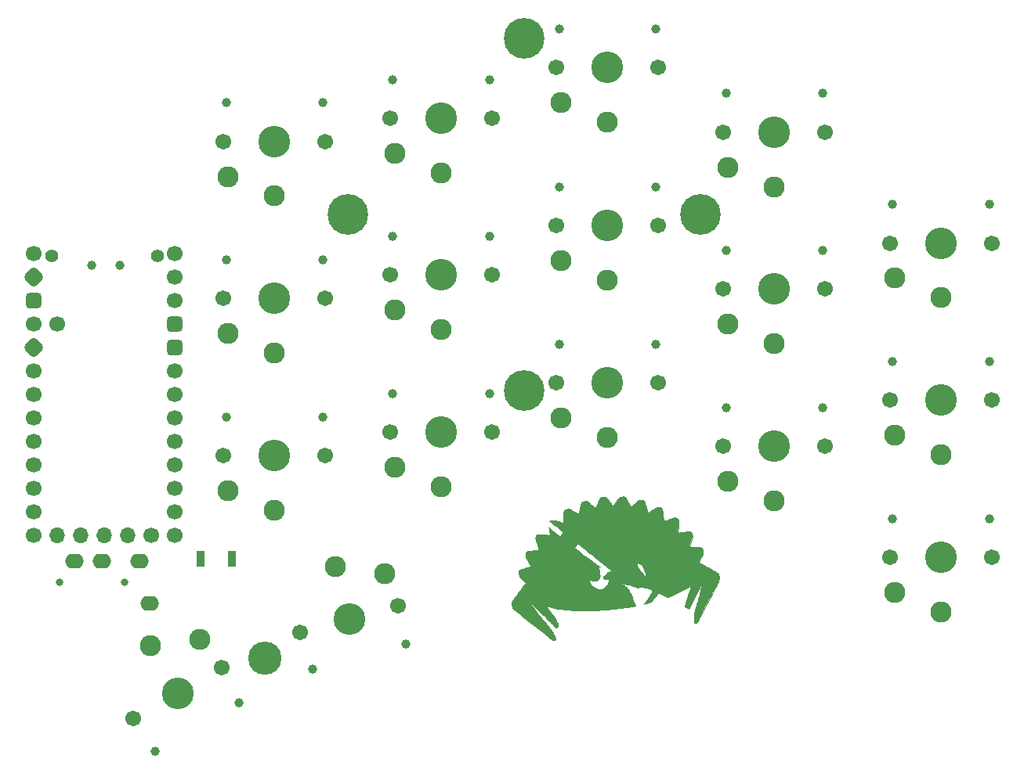
<source format=gbr>
%TF.GenerationSoftware,KiCad,Pcbnew,(6.0.8-1)-1*%
%TF.CreationDate,2023-02-27T10:47:16+02:00*%
%TF.ProjectId,sweepv2,73776565-7076-4322-9e6b-696361645f70,rev?*%
%TF.SameCoordinates,Original*%
%TF.FileFunction,Soldermask,Top*%
%TF.FilePolarity,Negative*%
%FSLAX46Y46*%
G04 Gerber Fmt 4.6, Leading zero omitted, Abs format (unit mm)*
G04 Created by KiCad (PCBNEW (6.0.8-1)-1) date 2023-02-27 10:47:16*
%MOMM*%
%LPD*%
G01*
G04 APERTURE LIST*
G04 Aperture macros list*
%AMRoundRect*
0 Rectangle with rounded corners*
0 $1 Rounding radius*
0 $2 $3 $4 $5 $6 $7 $8 $9 X,Y pos of 4 corners*
0 Add a 4 corners polygon primitive as box body*
4,1,4,$2,$3,$4,$5,$6,$7,$8,$9,$2,$3,0*
0 Add four circle primitives for the rounded corners*
1,1,$1+$1,$2,$3*
1,1,$1+$1,$4,$5*
1,1,$1+$1,$6,$7*
1,1,$1+$1,$8,$9*
0 Add four rect primitives between the rounded corners*
20,1,$1+$1,$2,$3,$4,$5,0*
20,1,$1+$1,$4,$5,$6,$7,0*
20,1,$1+$1,$6,$7,$8,$9,0*
20,1,$1+$1,$8,$9,$2,$3,0*%
G04 Aperture macros list end*
%ADD10C,0.010000*%
%ADD11C,1.700000*%
%ADD12RoundRect,0.425000X0.425000X0.425000X-0.425000X0.425000X-0.425000X-0.425000X0.425000X-0.425000X0*%
%ADD13O,1.700000X1.700000*%
%ADD14RoundRect,0.425000X0.000000X-0.601041X0.601041X0.000000X0.000000X0.601041X-0.601041X0.000000X0*%
%ADD15RoundRect,0.425000X-0.425000X-0.425000X0.425000X-0.425000X0.425000X0.425000X-0.425000X0.425000X0*%
%ADD16C,0.800000*%
%ADD17O,2.000000X1.600000*%
%ADD18C,1.701800*%
%ADD19C,0.990600*%
%ADD20C,3.429000*%
%ADD21C,2.282000*%
%ADD22C,4.400000*%
%ADD23C,1.397000*%
%ADD24R,0.900000X1.700000*%
%ADD25C,3.600000*%
%ADD26C,1.000000*%
G04 APERTURE END LIST*
%TO.C,G\u002A\u002A\u002A*%
G36*
X89624699Y-84199399D02*
G01*
X89640293Y-84213099D01*
X89651760Y-84224094D01*
X89668323Y-84241253D01*
X89677599Y-84252491D01*
X89678308Y-84254955D01*
X89670417Y-84249820D01*
X89654823Y-84236121D01*
X89643357Y-84225126D01*
X89626792Y-84207967D01*
X89617517Y-84196729D01*
X89616808Y-84194265D01*
X89624699Y-84199399D01*
G37*
D10*
X89624699Y-84199399D02*
X89640293Y-84213099D01*
X89651760Y-84224094D01*
X89668323Y-84241253D01*
X89677599Y-84252491D01*
X89678308Y-84254955D01*
X89670417Y-84249820D01*
X89654823Y-84236121D01*
X89643357Y-84225126D01*
X89626792Y-84207967D01*
X89617517Y-84196729D01*
X89616808Y-84194265D01*
X89624699Y-84199399D01*
G36*
X89586703Y-84163194D02*
G01*
X89606281Y-84177462D01*
X89612712Y-84184768D01*
X89610249Y-84186539D01*
X89602801Y-84181732D01*
X89587907Y-84169436D01*
X89584302Y-84166267D01*
X89561092Y-84145659D01*
X89586703Y-84163194D01*
G37*
X89586703Y-84163194D02*
X89606281Y-84177462D01*
X89612712Y-84184768D01*
X89610249Y-84186539D01*
X89602801Y-84181732D01*
X89587907Y-84169436D01*
X89584302Y-84166267D01*
X89561092Y-84145659D01*
X89586703Y-84163194D01*
G36*
X90765330Y-87492472D02*
G01*
X90734633Y-87476390D01*
X90701455Y-87458110D01*
X90673909Y-87442317D01*
X91334976Y-87442317D01*
X91339693Y-87446003D01*
X91343380Y-87441285D01*
X91338661Y-87437600D01*
X91334976Y-87442317D01*
X90673909Y-87442317D01*
X90669355Y-87439706D01*
X90641894Y-87423261D01*
X90622631Y-87410849D01*
X90615258Y-87404867D01*
X90604878Y-87399816D01*
X90603625Y-87399897D01*
X90590045Y-87396529D01*
X90584338Y-87393338D01*
X90560735Y-87379017D01*
X90526020Y-87359863D01*
X90484476Y-87338091D01*
X90440390Y-87315911D01*
X90398046Y-87295533D01*
X90370408Y-87282939D01*
X90300395Y-87254495D01*
X90240336Y-87235106D01*
X90191167Y-87224960D01*
X90153826Y-87224243D01*
X90129248Y-87233141D01*
X90127532Y-87234565D01*
X90120149Y-87243645D01*
X90104792Y-87264246D01*
X90083159Y-87293993D01*
X90056950Y-87330509D01*
X90027865Y-87371418D01*
X89997604Y-87414346D01*
X89967868Y-87456915D01*
X89949580Y-87483330D01*
X89933303Y-87506080D01*
X89910245Y-87537213D01*
X89884084Y-87571792D01*
X89868787Y-87591682D01*
X89847485Y-87619523D01*
X89818445Y-87657968D01*
X89783947Y-87703972D01*
X89746272Y-87754488D01*
X89707701Y-87806470D01*
X89689236Y-87831458D01*
X89648874Y-87885888D01*
X89606223Y-87942934D01*
X89564105Y-87998851D01*
X89525346Y-88049896D01*
X89492769Y-88092325D01*
X89483358Y-88104436D01*
X89401577Y-88209228D01*
X89018550Y-88313599D01*
X88940996Y-88334715D01*
X88868500Y-88354421D01*
X88802686Y-88372279D01*
X88745177Y-88387850D01*
X88697597Y-88400694D01*
X88661571Y-88410373D01*
X88638721Y-88416447D01*
X88630702Y-88418477D01*
X88633440Y-88412485D01*
X88644647Y-88395903D01*
X88662386Y-88371500D01*
X88678045Y-88350737D01*
X88701718Y-88319285D01*
X88731957Y-88278406D01*
X88765537Y-88232495D01*
X88799237Y-88185942D01*
X88813755Y-88165714D01*
X88845237Y-88121742D01*
X88876808Y-88077697D01*
X88905649Y-88037513D01*
X88928936Y-88005124D01*
X88937920Y-87992658D01*
X88964198Y-87955566D01*
X88997051Y-87908138D01*
X89033847Y-87854243D01*
X89071947Y-87797751D01*
X89108715Y-87742535D01*
X89120914Y-87724025D01*
X89139629Y-87695703D01*
X89157206Y-87669376D01*
X89166825Y-87655167D01*
X89188744Y-87622360D01*
X89216536Y-87579565D01*
X89247703Y-87530749D01*
X89279748Y-87479878D01*
X89310173Y-87430921D01*
X89336481Y-87387843D01*
X89356172Y-87354613D01*
X89357414Y-87352451D01*
X89366704Y-87336660D01*
X89381886Y-87311291D01*
X89400035Y-87281227D01*
X89404307Y-87274186D01*
X89439081Y-87214286D01*
X89470587Y-87154942D01*
X89497776Y-87098554D01*
X89519601Y-87047520D01*
X89527819Y-87024439D01*
X89535013Y-87004239D01*
X89540782Y-86980197D01*
X89542964Y-86971109D01*
X89543279Y-86962829D01*
X89543560Y-86955483D01*
X89536848Y-86933324D01*
X89530651Y-86921729D01*
X89526429Y-86913830D01*
X89510613Y-86896228D01*
X89488476Y-86877760D01*
X89465238Y-86862144D01*
X89464188Y-86861648D01*
X89446115Y-86853097D01*
X89439886Y-86852183D01*
X89427864Y-86848511D01*
X89426424Y-86846755D01*
X89414793Y-86837760D01*
X89389623Y-86825172D01*
X89353669Y-86810002D01*
X89309684Y-86793264D01*
X89260424Y-86775973D01*
X89208644Y-86759141D01*
X89157098Y-86743782D01*
X89117961Y-86733257D01*
X89083905Y-86724465D01*
X89052688Y-86716134D01*
X89031481Y-86710185D01*
X88978967Y-86696144D01*
X88912966Y-86680951D01*
X88836832Y-86665241D01*
X88753919Y-86649654D01*
X88667576Y-86634824D01*
X88581481Y-86621439D01*
X91976316Y-86621439D01*
X91981034Y-86625124D01*
X91984720Y-86620407D01*
X91980002Y-86616721D01*
X91976316Y-86621439D01*
X88581481Y-86621439D01*
X88581159Y-86621389D01*
X88516182Y-86612329D01*
X88430056Y-86604762D01*
X88426196Y-86604423D01*
X88328645Y-86603659D01*
X88220746Y-86610096D01*
X88128994Y-86619976D01*
X88031769Y-86630645D01*
X87950289Y-86636286D01*
X87884128Y-86636896D01*
X87832859Y-86632473D01*
X87796059Y-86623015D01*
X87785068Y-86617688D01*
X87754413Y-86602575D01*
X87713527Y-86586080D01*
X93097968Y-86586080D01*
X93102685Y-86589766D01*
X93106372Y-86585048D01*
X93101653Y-86581363D01*
X93097968Y-86586080D01*
X87713527Y-86586080D01*
X87711011Y-86585065D01*
X87658640Y-86566481D01*
X87601071Y-86548152D01*
X87550334Y-86533744D01*
X93176845Y-86533744D01*
X93181562Y-86537430D01*
X93185247Y-86532713D01*
X93180530Y-86529026D01*
X93176845Y-86533744D01*
X87550334Y-86533744D01*
X87542080Y-86531400D01*
X87531159Y-86528541D01*
X87483653Y-86515905D01*
X93183184Y-86515905D01*
X93187902Y-86519591D01*
X93191588Y-86514873D01*
X93186870Y-86511188D01*
X93183184Y-86515905D01*
X87483653Y-86515905D01*
X87467043Y-86511487D01*
X87415130Y-86496153D01*
X87371053Y-86480780D01*
X87330443Y-86463610D01*
X87288930Y-86442887D01*
X87242148Y-86416853D01*
X87216679Y-86402037D01*
X87194816Y-86388615D01*
X87179564Y-86378591D01*
X87149458Y-86359652D01*
X87124266Y-86347336D01*
X87107145Y-86342980D01*
X87101610Y-86345472D01*
X87090183Y-86352583D01*
X87065204Y-86358455D01*
X87030016Y-86362948D01*
X86987968Y-86365920D01*
X86942403Y-86367229D01*
X86896667Y-86366733D01*
X86854104Y-86364289D01*
X86818061Y-86359755D01*
X86808748Y-86357907D01*
X86777096Y-86347910D01*
X86746723Y-86333781D01*
X86739648Y-86329472D01*
X86714322Y-86315266D01*
X86681925Y-86300421D01*
X86662654Y-86292923D01*
X86634425Y-86282070D01*
X86611290Y-86271789D01*
X86601298Y-86266251D01*
X86586338Y-86258361D01*
X86561087Y-86247411D01*
X86533703Y-86236785D01*
X86503117Y-86224617D01*
X86463335Y-86207484D01*
X86440628Y-86197198D01*
X94875693Y-86197198D01*
X94880410Y-86200884D01*
X94884096Y-86196167D01*
X94879378Y-86192480D01*
X94875693Y-86197198D01*
X86440628Y-86197198D01*
X86420307Y-86187993D01*
X86392077Y-86174652D01*
X86351801Y-86155237D01*
X86312368Y-86136239D01*
X86289878Y-86125411D01*
X86279054Y-86120200D01*
X86261625Y-86111819D01*
X86247131Y-86105069D01*
X86236413Y-86100078D01*
X86207751Y-86087554D01*
X86172902Y-86073130D01*
X86129126Y-86055682D01*
X86073683Y-86034090D01*
X86037962Y-86020327D01*
X85957387Y-85989361D01*
X86180452Y-86165568D01*
X86239257Y-86212119D01*
X86298711Y-86259365D01*
X86356223Y-86305235D01*
X86409203Y-86347656D01*
X86455061Y-86384557D01*
X86491204Y-86413866D01*
X86502059Y-86422750D01*
X86539776Y-86453718D01*
X86575722Y-86483185D01*
X86606511Y-86508380D01*
X86628756Y-86526528D01*
X86633755Y-86530588D01*
X86660119Y-86553237D01*
X86688863Y-86579785D01*
X86700709Y-86591367D01*
X86720044Y-86610556D01*
X86734416Y-86624428D01*
X86739444Y-86628942D01*
X86762720Y-86649316D01*
X86792863Y-86680166D01*
X86827009Y-86718104D01*
X86862298Y-86759744D01*
X86895870Y-86801698D01*
X86924865Y-86840580D01*
X86946421Y-86873005D01*
X86948348Y-86876260D01*
X86959902Y-86896146D01*
X86969620Y-86913154D01*
X86978625Y-86929533D01*
X86988044Y-86947532D01*
X86999002Y-86969401D01*
X87012625Y-86997391D01*
X87030039Y-87033750D01*
X87052367Y-87080728D01*
X87080737Y-87140574D01*
X87083319Y-87146023D01*
X87121500Y-87225641D01*
X87153954Y-87291064D01*
X87181515Y-87343713D01*
X87205011Y-87385006D01*
X87225274Y-87416364D01*
X87243134Y-87439205D01*
X87259421Y-87454949D01*
X87267469Y-87460753D01*
X87281207Y-87471389D01*
X87293051Y-87485534D01*
X87303685Y-87505205D01*
X87313796Y-87532417D01*
X87324068Y-87569189D01*
X87335185Y-87617532D01*
X87347834Y-87679465D01*
X87355830Y-87720773D01*
X87366194Y-87774203D01*
X87376012Y-87823332D01*
X87384674Y-87865217D01*
X87391569Y-87896920D01*
X87396087Y-87915497D01*
X87396643Y-87917353D01*
X87403089Y-87937199D01*
X87412876Y-87967227D01*
X87424079Y-88001525D01*
X87426057Y-88007575D01*
X87438760Y-88041974D01*
X87458024Y-88088435D01*
X87482480Y-88144058D01*
X87510753Y-88205947D01*
X87541471Y-88271202D01*
X87573262Y-88336927D01*
X87604755Y-88400223D01*
X87634575Y-88458192D01*
X87661352Y-88507935D01*
X87671673Y-88526222D01*
X87692251Y-88562491D01*
X87709095Y-88593106D01*
X87720726Y-88615305D01*
X87725663Y-88626327D01*
X87725680Y-88627011D01*
X87714883Y-88630965D01*
X87689091Y-88637199D01*
X87650048Y-88645395D01*
X87599491Y-88655233D01*
X87539161Y-88666396D01*
X87470798Y-88678562D01*
X87396142Y-88691414D01*
X87316931Y-88704632D01*
X87234908Y-88717897D01*
X87200525Y-88723328D01*
X87149208Y-88731219D01*
X87094915Y-88739236D01*
X87036601Y-88747507D01*
X86973226Y-88756160D01*
X86903748Y-88765324D01*
X86827125Y-88775125D01*
X86742317Y-88785691D01*
X86648279Y-88797151D01*
X86543972Y-88809631D01*
X86428352Y-88823263D01*
X86300380Y-88838171D01*
X86159012Y-88854484D01*
X86003207Y-88872329D01*
X85831923Y-88891836D01*
X85777125Y-88898058D01*
X85607653Y-88917267D01*
X85453780Y-88934655D01*
X85314285Y-88950344D01*
X85187944Y-88964460D01*
X85073537Y-88977125D01*
X84969842Y-88988463D01*
X84875636Y-88998597D01*
X84789697Y-89007653D01*
X84710804Y-89015754D01*
X84637735Y-89023023D01*
X84569267Y-89029584D01*
X84504179Y-89035562D01*
X84441249Y-89041080D01*
X84379255Y-89046263D01*
X84316974Y-89051232D01*
X84253186Y-89056114D01*
X84186667Y-89061032D01*
X84125746Y-89065426D01*
X83575048Y-89099703D01*
X83036807Y-89122870D01*
X82510696Y-89134919D01*
X81996386Y-89135839D01*
X81493551Y-89125625D01*
X81001861Y-89104269D01*
X80520990Y-89071762D01*
X80050610Y-89028098D01*
X79716579Y-88988300D01*
X79681322Y-88984100D01*
X79590393Y-88973266D01*
X79441612Y-88952850D01*
X79264709Y-88924714D01*
X79076149Y-88889001D01*
X78879033Y-88846438D01*
X78676462Y-88797750D01*
X78471538Y-88743664D01*
X78267359Y-88684907D01*
X78168705Y-88654688D01*
X78126672Y-88641831D01*
X78090757Y-88631388D01*
X78063854Y-88624156D01*
X78048860Y-88620937D01*
X78046764Y-88621017D01*
X78050638Y-88628678D01*
X78063060Y-88648507D01*
X78082869Y-88678802D01*
X78108899Y-88717860D01*
X78139987Y-88763979D01*
X78174971Y-88815457D01*
X78212686Y-88870589D01*
X78251968Y-88927674D01*
X78291653Y-88985009D01*
X78330579Y-89040893D01*
X78367582Y-89093622D01*
X78401499Y-89141493D01*
X78422609Y-89170963D01*
X78459106Y-89220893D01*
X78500300Y-89276071D01*
X78541862Y-89330768D01*
X78579462Y-89379250D01*
X78590364Y-89393036D01*
X78689753Y-89521836D01*
X78786355Y-89654676D01*
X78878969Y-89789586D01*
X78966393Y-89924594D01*
X79047423Y-90057729D01*
X79120859Y-90187021D01*
X79185499Y-90310499D01*
X79240140Y-90426191D01*
X79281287Y-90526011D01*
X79293006Y-90558383D01*
X79302209Y-90587927D01*
X79309715Y-90618510D01*
X79316340Y-90654002D01*
X79322902Y-90698271D01*
X79330218Y-90755187D01*
X79330921Y-90760896D01*
X79349763Y-90914260D01*
X79066480Y-90949042D01*
X79019520Y-90910024D01*
X78987875Y-90881854D01*
X78946480Y-90841982D01*
X78896521Y-90791631D01*
X78839188Y-90732023D01*
X78775670Y-90664381D01*
X78707156Y-90589927D01*
X78691595Y-90572825D01*
X78662085Y-90541346D01*
X78622193Y-90500321D01*
X78573935Y-90451740D01*
X78519322Y-90397597D01*
X78460369Y-90339882D01*
X78399087Y-90280589D01*
X78337490Y-90221708D01*
X78319628Y-90204780D01*
X78123871Y-90019321D01*
X77937936Y-89842530D01*
X77762017Y-89674597D01*
X77596315Y-89515716D01*
X77441022Y-89366079D01*
X77296337Y-89225880D01*
X77162455Y-89095313D01*
X77039573Y-88974569D01*
X76927889Y-88863841D01*
X76827596Y-88763323D01*
X76738893Y-88673207D01*
X76666986Y-88598868D01*
X82818778Y-88598868D01*
X82823497Y-88602554D01*
X82825454Y-88600048D01*
X82878635Y-88600048D01*
X82883353Y-88603735D01*
X82887039Y-88599017D01*
X82882321Y-88595331D01*
X82878635Y-88600048D01*
X82825454Y-88600048D01*
X82827182Y-88597836D01*
X82822465Y-88594150D01*
X82818778Y-88598868D01*
X76666986Y-88598868D01*
X76661975Y-88593687D01*
X76597040Y-88524956D01*
X76544283Y-88467205D01*
X76505784Y-88422883D01*
X76479640Y-88391739D01*
X76457581Y-88365564D01*
X76441803Y-88346954D01*
X76434499Y-88338505D01*
X76434331Y-88338332D01*
X76427291Y-88341403D01*
X76418908Y-88350386D01*
X76413581Y-88359153D01*
X76412821Y-88369313D01*
X76417583Y-88384652D01*
X76428819Y-88408958D01*
X76438601Y-88428497D01*
X76482344Y-88510174D01*
X76536484Y-88603097D01*
X76600106Y-88705912D01*
X76672289Y-88817267D01*
X76752116Y-88935811D01*
X76838671Y-89060191D01*
X76931034Y-89189055D01*
X77028287Y-89321051D01*
X77129513Y-89454827D01*
X77177891Y-89517533D01*
X77300292Y-89673552D01*
X77419963Y-89822821D01*
X77535875Y-89964120D01*
X77646999Y-90096229D01*
X77752308Y-90217929D01*
X77850773Y-90328000D01*
X77941363Y-90425221D01*
X77956757Y-90441266D01*
X78013369Y-90501244D01*
X78076309Y-90570104D01*
X78142748Y-90644589D01*
X78209853Y-90721440D01*
X78274794Y-90797403D01*
X78334740Y-90869219D01*
X78386860Y-90933631D01*
X78406235Y-90958340D01*
X78489985Y-91069451D01*
X78571072Y-91182907D01*
X78648481Y-91296997D01*
X78721192Y-91410015D01*
X78788190Y-91520252D01*
X78848457Y-91625998D01*
X78900973Y-91725546D01*
X78944722Y-91817186D01*
X78978688Y-91899211D01*
X78995264Y-91947295D01*
X79002596Y-91975871D01*
X79010610Y-92015262D01*
X79018775Y-92061793D01*
X79026569Y-92111786D01*
X79033463Y-92161565D01*
X79038930Y-92207452D01*
X79042445Y-92245769D01*
X79043480Y-92272840D01*
X79042978Y-92280514D01*
X79041440Y-92287791D01*
X79037548Y-92293354D01*
X79028858Y-92297836D01*
X79012930Y-92301869D01*
X78987322Y-92306084D01*
X78949594Y-92311116D01*
X78902001Y-92317017D01*
X78842584Y-92323669D01*
X78795619Y-92327561D01*
X78762490Y-92328610D01*
X78744584Y-92326731D01*
X78744231Y-92326603D01*
X78716554Y-92312472D01*
X78677120Y-92286554D01*
X78625901Y-92248823D01*
X78562867Y-92199256D01*
X78487987Y-92137829D01*
X78401231Y-92064516D01*
X78302569Y-91979294D01*
X78191970Y-91882137D01*
X78142985Y-91838686D01*
X78080348Y-91784328D01*
X78006820Y-91722810D01*
X77925446Y-91656594D01*
X77839271Y-91588141D01*
X77751339Y-91519913D01*
X77703735Y-91483678D01*
X77542592Y-91361672D01*
X77377921Y-91236530D01*
X77210687Y-91109002D01*
X77041856Y-90979842D01*
X76872392Y-90849799D01*
X76703262Y-90719625D01*
X76535429Y-90590073D01*
X76369861Y-90461893D01*
X76207520Y-90335837D01*
X76049374Y-90212657D01*
X75896386Y-90093103D01*
X75749523Y-89977928D01*
X75609750Y-89867882D01*
X75478032Y-89763717D01*
X75355333Y-89666185D01*
X75242621Y-89576036D01*
X75140858Y-89494025D01*
X75051011Y-89420898D01*
X74996373Y-89375938D01*
X74894757Y-89291090D01*
X74805786Y-89215015D01*
X74728380Y-89146567D01*
X74661458Y-89084606D01*
X74603939Y-89027987D01*
X74554741Y-88975569D01*
X74512783Y-88926207D01*
X74476984Y-88878760D01*
X74446264Y-88832084D01*
X74419539Y-88785036D01*
X74399875Y-88745433D01*
X74390905Y-88725193D01*
X74383442Y-88704999D01*
X74376888Y-88682104D01*
X74370648Y-88653763D01*
X74364128Y-88617225D01*
X74356731Y-88569745D01*
X74347864Y-88508577D01*
X74346558Y-88499381D01*
X74336236Y-88422651D01*
X74329268Y-88360080D01*
X74325670Y-88309232D01*
X74325458Y-88267661D01*
X74328651Y-88232929D01*
X74335261Y-88202595D01*
X74345307Y-88174218D01*
X74348781Y-88166194D01*
X74355925Y-88154539D01*
X74356536Y-88153638D01*
X74369155Y-88135027D01*
X74372366Y-88130292D01*
X74397353Y-88094498D01*
X74430138Y-88048200D01*
X74469972Y-87992440D01*
X74474918Y-87985558D01*
X74516106Y-87928259D01*
X74567790Y-87856700D01*
X74595356Y-87818687D01*
X77084490Y-87818687D01*
X77089207Y-87822373D01*
X77092893Y-87817655D01*
X77088175Y-87813969D01*
X77084490Y-87818687D01*
X74595356Y-87818687D01*
X74603804Y-87807038D01*
X77040408Y-87807038D01*
X77045126Y-87810725D01*
X77048811Y-87806007D01*
X77044094Y-87802321D01*
X77040408Y-87807038D01*
X74603804Y-87807038D01*
X74624276Y-87778807D01*
X74684815Y-87695620D01*
X74748657Y-87608184D01*
X74805634Y-87530383D01*
X74878625Y-87430845D01*
X74954032Y-87328001D01*
X75030510Y-87223690D01*
X75106710Y-87119749D01*
X75181283Y-87018016D01*
X75252884Y-86920332D01*
X75271755Y-86894584D01*
X83360181Y-86894584D01*
X83364898Y-86898270D01*
X83368585Y-86893553D01*
X83363866Y-86889866D01*
X83360181Y-86894584D01*
X75271755Y-86894584D01*
X75320164Y-86828533D01*
X75381775Y-86744459D01*
X75436371Y-86669948D01*
X75482603Y-86606838D01*
X75491731Y-86594376D01*
X75541730Y-86526140D01*
X75589921Y-86460434D01*
X75635127Y-86398857D01*
X75660565Y-86364245D01*
X75676175Y-86343006D01*
X75688147Y-86326738D01*
X75711889Y-86294477D01*
X75741096Y-86254869D01*
X75743435Y-86251706D01*
X75757318Y-86232942D01*
X75762619Y-86225778D01*
X75775056Y-86209106D01*
X75814350Y-86157033D01*
X75726065Y-86057644D01*
X75582592Y-85896125D01*
X75497984Y-85800875D01*
X75473370Y-85773051D01*
X75472691Y-85772283D01*
X75422360Y-85715391D01*
X75355411Y-85638991D01*
X75297567Y-85572184D01*
X75251542Y-85518155D01*
X82551408Y-85518155D01*
X82556125Y-85521842D01*
X82559812Y-85517124D01*
X82555094Y-85513438D01*
X82551408Y-85518155D01*
X75251542Y-85518155D01*
X75249262Y-85515479D01*
X75210924Y-85469386D01*
X75199951Y-85455651D01*
X82782581Y-85455651D01*
X82787298Y-85459336D01*
X82790984Y-85454619D01*
X82786266Y-85450932D01*
X82782581Y-85455651D01*
X75199951Y-85455651D01*
X75182985Y-85434414D01*
X75165878Y-85411071D01*
X75161182Y-85403253D01*
X75160627Y-85401999D01*
X75154357Y-85387844D01*
X75149952Y-85374710D01*
X82747052Y-85374710D01*
X82751769Y-85378396D01*
X82755455Y-85373678D01*
X82750737Y-85369992D01*
X82747052Y-85374710D01*
X75149952Y-85374710D01*
X75148404Y-85370095D01*
X75142884Y-85347627D01*
X75137357Y-85318064D01*
X75131384Y-85279026D01*
X75130831Y-85274921D01*
X83698717Y-85274921D01*
X83703434Y-85278606D01*
X83707121Y-85273889D01*
X83702403Y-85270203D01*
X83698717Y-85274921D01*
X75130831Y-85274921D01*
X75124526Y-85228137D01*
X75121157Y-85201331D01*
X82700173Y-85201331D01*
X82704890Y-85205017D01*
X82708576Y-85200299D01*
X82703858Y-85196613D01*
X82700173Y-85201331D01*
X75121157Y-85201331D01*
X75116342Y-85163018D01*
X75115467Y-85155901D01*
X75107611Y-85091310D01*
X75101790Y-85041033D01*
X75100045Y-85023825D01*
X82686907Y-85023825D01*
X82691626Y-85027510D01*
X82695311Y-85022793D01*
X82690594Y-85019106D01*
X82686907Y-85023825D01*
X75100045Y-85023825D01*
X75097891Y-85002590D01*
X75095804Y-84973495D01*
X75095413Y-84951270D01*
X75096609Y-84933432D01*
X75099278Y-84917498D01*
X75103308Y-84900988D01*
X75103839Y-84898995D01*
X75112725Y-84876314D01*
X82707236Y-84876314D01*
X82708011Y-84883898D01*
X82711586Y-84876117D01*
X82716417Y-84858126D01*
X82725024Y-84826434D01*
X82736857Y-84787987D01*
X82742340Y-84771739D01*
X83628404Y-84771739D01*
X83633122Y-84775424D01*
X83636807Y-84770707D01*
X83632090Y-84767022D01*
X83628404Y-84771739D01*
X82742340Y-84771739D01*
X82743079Y-84769550D01*
X82747583Y-84756201D01*
X82762954Y-84717246D01*
X82781629Y-84675771D01*
X82785748Y-84667652D01*
X83572972Y-84667652D01*
X83577690Y-84671338D01*
X83581376Y-84666620D01*
X83576658Y-84662934D01*
X83572972Y-84667652D01*
X82785748Y-84667652D01*
X82795756Y-84647923D01*
X82823306Y-84597625D01*
X82796829Y-84634996D01*
X82782529Y-84659765D01*
X82765917Y-84695525D01*
X82748681Y-84737734D01*
X82732505Y-84781849D01*
X82719076Y-84823329D01*
X82710081Y-84857632D01*
X82707236Y-84876314D01*
X75112725Y-84876314D01*
X75124726Y-84845683D01*
X75156955Y-84793351D01*
X75196671Y-84747240D01*
X75240013Y-84712592D01*
X75241890Y-84711445D01*
X75254893Y-84704573D01*
X75273564Y-84696435D01*
X75299038Y-84686663D01*
X75332450Y-84674890D01*
X75374938Y-84660747D01*
X75427638Y-84643867D01*
X75491684Y-84623881D01*
X75568217Y-84600420D01*
X75658368Y-84573117D01*
X75763276Y-84541606D01*
X75801364Y-84530210D01*
X75891164Y-84503326D01*
X75976116Y-84477822D01*
X76054839Y-84454120D01*
X76125949Y-84432639D01*
X76188066Y-84413796D01*
X76198304Y-84410673D01*
X83234330Y-84410673D01*
X83239048Y-84414359D01*
X83242734Y-84409641D01*
X83238016Y-84405956D01*
X83234330Y-84410673D01*
X76198304Y-84410673D01*
X76239806Y-84398013D01*
X76279789Y-84385708D01*
X76306629Y-84377303D01*
X76318949Y-84373214D01*
X76319587Y-84372926D01*
X76324356Y-84363635D01*
X76332698Y-84342488D01*
X76342955Y-84313738D01*
X76344787Y-84308347D01*
X76365318Y-84247513D01*
X76127226Y-83845969D01*
X76081917Y-83769264D01*
X76038754Y-83695631D01*
X75998606Y-83626594D01*
X75962345Y-83563673D01*
X75930840Y-83508393D01*
X75904962Y-83462277D01*
X75885583Y-83426849D01*
X75873573Y-83403630D01*
X75870515Y-83396856D01*
X75863457Y-83375917D01*
X75857067Y-83349917D01*
X75850936Y-83316387D01*
X75844655Y-83272858D01*
X75837819Y-83216862D01*
X75831768Y-83162289D01*
X75815004Y-83006548D01*
X75811641Y-82975291D01*
X75835470Y-82907290D01*
X75867462Y-82838617D01*
X75910921Y-82782388D01*
X75965789Y-82738662D01*
X76032006Y-82707495D01*
X76040385Y-82704708D01*
X76062070Y-82698934D01*
X76091954Y-82692997D01*
X76131006Y-82686790D01*
X76180191Y-82680205D01*
X76240476Y-82673134D01*
X76312830Y-82665471D01*
X76398218Y-82657108D01*
X76497607Y-82647937D01*
X76611966Y-82637852D01*
X76741303Y-82626824D01*
X76832394Y-82618997D01*
X76914661Y-82611600D01*
X76986881Y-82604759D01*
X77047835Y-82598599D01*
X77096301Y-82593249D01*
X77131058Y-82588833D01*
X77150885Y-82585478D01*
X77155112Y-82584022D01*
X77162984Y-82573196D01*
X77176906Y-82551501D01*
X77194474Y-82522741D01*
X77203589Y-82507382D01*
X77243522Y-82439453D01*
X77213927Y-82357413D01*
X81101785Y-82357413D01*
X81465441Y-82638615D01*
X81570206Y-82719486D01*
X81675700Y-82800656D01*
X81780259Y-82880856D01*
X81882221Y-82958821D01*
X81979922Y-83033285D01*
X82071701Y-83102981D01*
X82155893Y-83166643D01*
X82230837Y-83223004D01*
X82294869Y-83270799D01*
X82320444Y-83289738D01*
X82355834Y-83315916D01*
X82397595Y-83346887D01*
X82438531Y-83377315D01*
X82452211Y-83387503D01*
X82492124Y-83416958D01*
X82537845Y-83450231D01*
X82586133Y-83485008D01*
X82633741Y-83518973D01*
X82677426Y-83549814D01*
X82713946Y-83575216D01*
X82739905Y-83592765D01*
X82765101Y-83610234D01*
X82795462Y-83632569D01*
X82815946Y-83648316D01*
X82834087Y-83662124D01*
X82863769Y-83684157D01*
X82902764Y-83712785D01*
X82948840Y-83746380D01*
X82999772Y-83783310D01*
X83053328Y-83821948D01*
X83060297Y-83826962D01*
X83155053Y-83895280D01*
X83252636Y-83965971D01*
X83350592Y-84037239D01*
X83446460Y-84107285D01*
X83537784Y-84174308D01*
X83622109Y-84236513D01*
X83696975Y-84292099D01*
X83746664Y-84329285D01*
X83777801Y-84352140D01*
X83806135Y-84371962D01*
X83827479Y-84385863D01*
X83834542Y-84389851D01*
X83850381Y-84399898D01*
X83856680Y-84407747D01*
X83850887Y-84414604D01*
X83837261Y-84417273D01*
X83824599Y-84414741D01*
X83821632Y-84411780D01*
X83811663Y-84407553D01*
X83788390Y-84403381D01*
X83755440Y-84399612D01*
X83716437Y-84396596D01*
X83675011Y-84394680D01*
X83638544Y-84394187D01*
X83589367Y-84394441D01*
X83629623Y-84444060D01*
X83651376Y-84470174D01*
X83670882Y-84492372D01*
X83684173Y-84506155D01*
X83684858Y-84506767D01*
X83697168Y-84520793D01*
X83700990Y-84529232D01*
X83705606Y-84543838D01*
X83715240Y-84564961D01*
X83727122Y-84587449D01*
X83738481Y-84606147D01*
X83746548Y-84615899D01*
X83747808Y-84616329D01*
X83753418Y-84622993D01*
X83756997Y-84637995D01*
X83760811Y-84656412D01*
X83768502Y-84685458D01*
X83778604Y-84719694D01*
X83781683Y-84729525D01*
X83789106Y-84758491D01*
X83797075Y-84799340D01*
X83805358Y-84849826D01*
X83813718Y-84907695D01*
X83821922Y-84970700D01*
X83829735Y-85036588D01*
X83836922Y-85103110D01*
X83843248Y-85168016D01*
X83848480Y-85229054D01*
X83852382Y-85283975D01*
X83854720Y-85330528D01*
X83855258Y-85366463D01*
X83853764Y-85389529D01*
X83851263Y-85396939D01*
X83846980Y-85407275D01*
X83840966Y-85428969D01*
X83836126Y-85449980D01*
X83807253Y-85552665D01*
X83766192Y-85644855D01*
X83711916Y-85728787D01*
X83702990Y-85740275D01*
X83667849Y-85778546D01*
X83625783Y-85815145D01*
X83581425Y-85846628D01*
X83539404Y-85869558D01*
X83518327Y-85877466D01*
X83492767Y-85886661D01*
X83471603Y-85897015D01*
X83470431Y-85897754D01*
X83456959Y-85902032D01*
X83430274Y-85907041D01*
X83393324Y-85912490D01*
X83349056Y-85918086D01*
X83300417Y-85923535D01*
X83250358Y-85928547D01*
X83201825Y-85932829D01*
X83157765Y-85936090D01*
X83121127Y-85938037D01*
X83094859Y-85938377D01*
X83081909Y-85936819D01*
X83081228Y-85936327D01*
X83069613Y-85931114D01*
X83048081Y-85927359D01*
X83040868Y-85926774D01*
X83018071Y-85924249D01*
X83003401Y-85920485D01*
X83001583Y-85919294D01*
X82991616Y-85912852D01*
X82971568Y-85902347D01*
X82957158Y-85895402D01*
X82882077Y-85851254D01*
X82866184Y-85837776D01*
X82857398Y-85830326D01*
X82831036Y-85807972D01*
X82811611Y-85791500D01*
X82808921Y-85788410D01*
X83198769Y-85788410D01*
X83203486Y-85792096D01*
X83207173Y-85787379D01*
X83202455Y-85783692D01*
X83198769Y-85788410D01*
X82808921Y-85788410D01*
X82804559Y-85783399D01*
X83309047Y-85783399D01*
X83313765Y-85787086D01*
X83317450Y-85782368D01*
X83312733Y-85778682D01*
X83309047Y-85783399D01*
X82804559Y-85783399D01*
X82795058Y-85772486D01*
X83120042Y-85772486D01*
X83124759Y-85776172D01*
X83128446Y-85771454D01*
X83123727Y-85767768D01*
X83120042Y-85772486D01*
X82795058Y-85772486D01*
X82746839Y-85717099D01*
X82730922Y-85695270D01*
X82698252Y-85648812D01*
X82694037Y-85694410D01*
X82688849Y-85776133D01*
X82689101Y-85848091D01*
X82694752Y-85907542D01*
X82697481Y-85922467D01*
X82705120Y-85953146D01*
X82715871Y-85988744D01*
X82728428Y-86025768D01*
X82741480Y-86060721D01*
X82753719Y-86090107D01*
X82763838Y-86110432D01*
X82770527Y-86118201D01*
X82770759Y-86118196D01*
X82777358Y-86124887D01*
X82784989Y-86142563D01*
X82786764Y-86148219D01*
X82796449Y-86174891D01*
X82809096Y-86201448D01*
X82822185Y-86223421D01*
X82833197Y-86236334D01*
X82837283Y-86237982D01*
X82843992Y-86244294D01*
X82846419Y-86253464D01*
X82854493Y-86274295D01*
X82873526Y-86303831D01*
X82901522Y-86339867D01*
X82936489Y-86380194D01*
X82976435Y-86422608D01*
X83019366Y-86464902D01*
X83063292Y-86504868D01*
X83103711Y-86538348D01*
X83145237Y-86568985D01*
X83192544Y-86600792D01*
X83243107Y-86632384D01*
X83294401Y-86662372D01*
X83343899Y-86689370D01*
X83389079Y-86711989D01*
X83427412Y-86728841D01*
X83456375Y-86738539D01*
X83471093Y-86740217D01*
X83484198Y-86742834D01*
X83487115Y-86747336D01*
X83495231Y-86753551D01*
X83516225Y-86762999D01*
X83546617Y-86774531D01*
X83582926Y-86787000D01*
X83621674Y-86799257D01*
X83659380Y-86810156D01*
X83692566Y-86818547D01*
X83717069Y-86823196D01*
X83741654Y-86827187D01*
X83758457Y-86831317D01*
X83762076Y-86833036D01*
X83775299Y-86838800D01*
X83798283Y-86844020D01*
X83823872Y-86847451D01*
X83844909Y-86847844D01*
X83846188Y-86847706D01*
X83861743Y-86848883D01*
X83866974Y-86853683D01*
X83875358Y-86858378D01*
X83896599Y-86858103D01*
X83927548Y-86853401D01*
X83965052Y-86844818D01*
X84005959Y-86832902D01*
X84025678Y-86826228D01*
X84070271Y-86809460D01*
X84116522Y-86790456D01*
X84161321Y-86770671D01*
X84201563Y-86751562D01*
X84234140Y-86734582D01*
X84255944Y-86721187D01*
X84262772Y-86715215D01*
X84277945Y-86702892D01*
X84287054Y-86699741D01*
X84301169Y-86694341D01*
X84323460Y-86682143D01*
X84341672Y-86670659D01*
X84427128Y-86605985D01*
X84509913Y-86528791D01*
X84586007Y-86443383D01*
X84651391Y-86354072D01*
X84678796Y-86309322D01*
X84702211Y-86266105D01*
X84723810Y-86222262D01*
X84742201Y-86181042D01*
X84755996Y-86145695D01*
X84759419Y-86134192D01*
X84763801Y-86119473D01*
X84764932Y-86108062D01*
X84768436Y-86090168D01*
X84774278Y-86079967D01*
X84782102Y-86060527D01*
X84782829Y-86045406D01*
X84783751Y-86029553D01*
X84788361Y-86024010D01*
X84794060Y-86015560D01*
X84800612Y-85993873D01*
X84807381Y-85962582D01*
X84813732Y-85925316D01*
X84819031Y-85885708D01*
X84822639Y-85847388D01*
X84823156Y-85836338D01*
X84823461Y-85829813D01*
X88697333Y-85829813D01*
X88702052Y-85833498D01*
X88705737Y-85828781D01*
X88701020Y-85825094D01*
X88697333Y-85829813D01*
X84823461Y-85829813D01*
X84823861Y-85821272D01*
X84823963Y-85817493D01*
X84976631Y-85817493D01*
X84981350Y-85821179D01*
X84981410Y-85821102D01*
X94812453Y-85821102D01*
X94817171Y-85824787D01*
X94820857Y-85820070D01*
X94816139Y-85816384D01*
X94812453Y-85821102D01*
X84981410Y-85821102D01*
X84985035Y-85816461D01*
X84980318Y-85812776D01*
X84976631Y-85817493D01*
X84823963Y-85817493D01*
X84824282Y-85805634D01*
X88685835Y-85805634D01*
X88690552Y-85809319D01*
X88694238Y-85804602D01*
X88689520Y-85800915D01*
X88685835Y-85805634D01*
X84824282Y-85805634D01*
X84824746Y-85788352D01*
X84825981Y-85760073D01*
X84827280Y-85742742D01*
X84827182Y-85734602D01*
X84822587Y-85729021D01*
X84810646Y-85725263D01*
X84788510Y-85722594D01*
X84780951Y-85722097D01*
X84753333Y-85720279D01*
X84736837Y-85719385D01*
X84673627Y-85718426D01*
X84594857Y-85721443D01*
X84500149Y-85728452D01*
X84462836Y-85731884D01*
X84281573Y-85749291D01*
X84280407Y-85740904D01*
X84269382Y-85661592D01*
X88608437Y-85661592D01*
X88613154Y-85665278D01*
X88616841Y-85660561D01*
X88612122Y-85656874D01*
X88608437Y-85661592D01*
X84269382Y-85661592D01*
X84267582Y-85648646D01*
X84261620Y-85605756D01*
X84241667Y-85462222D01*
X84267992Y-85436502D01*
X84285961Y-85420451D01*
X84299659Y-85410848D01*
X84302581Y-85409767D01*
X84312307Y-85402528D01*
X84312763Y-85401210D01*
X84320047Y-85392182D01*
X84327013Y-85385441D01*
X84338612Y-85374221D01*
X84366573Y-85349043D01*
X84402043Y-85318362D01*
X84428286Y-85296234D01*
X84447348Y-85279890D01*
X88382434Y-85279890D01*
X88387152Y-85283576D01*
X88390838Y-85278858D01*
X88386120Y-85275172D01*
X88382434Y-85279890D01*
X84447348Y-85279890D01*
X84461856Y-85267451D01*
X84491175Y-85240967D01*
X88352064Y-85240967D01*
X88356782Y-85244654D01*
X88360468Y-85239935D01*
X88355750Y-85236250D01*
X88352064Y-85240967D01*
X84491175Y-85240967D01*
X84491630Y-85240556D01*
X84514920Y-85218089D01*
X84529041Y-85202590D01*
X84531751Y-85198426D01*
X84539553Y-85187752D01*
X84556523Y-85168381D01*
X84569305Y-85154719D01*
X88290293Y-85154719D01*
X88295010Y-85158405D01*
X88298697Y-85153687D01*
X88293979Y-85150002D01*
X88290293Y-85154719D01*
X84569305Y-85154719D01*
X84573273Y-85150478D01*
X84579785Y-85143519D01*
X84595472Y-85127394D01*
X84622432Y-85099614D01*
X84639339Y-85080146D01*
X84648260Y-85065470D01*
X84651261Y-85052071D01*
X84650407Y-85036431D01*
X84650152Y-85034308D01*
X84648564Y-85013164D01*
X84649611Y-85001203D01*
X84650496Y-85000248D01*
X84658884Y-85005058D01*
X84675094Y-85017885D01*
X84684677Y-85026197D01*
X84703557Y-85041712D01*
X84715253Y-85046459D01*
X84724305Y-85041887D01*
X84726578Y-85039576D01*
X84739927Y-85028342D01*
X84762583Y-85012138D01*
X84786273Y-84996621D01*
X84813482Y-84978401D01*
X84836536Y-84960964D01*
X84848767Y-84949799D01*
X84864282Y-84937177D01*
X84888440Y-84922217D01*
X88099670Y-84922217D01*
X88104388Y-84925903D01*
X88108074Y-84921185D01*
X88103356Y-84917500D01*
X88099670Y-84922217D01*
X84888440Y-84922217D01*
X84889383Y-84921633D01*
X84913194Y-84909215D01*
X84940233Y-84895255D01*
X84972297Y-84877112D01*
X85006234Y-84856780D01*
X85038893Y-84836251D01*
X85067123Y-84817521D01*
X85087772Y-84802584D01*
X85097691Y-84793433D01*
X85098119Y-84792199D01*
X85091546Y-84785907D01*
X85073084Y-84770304D01*
X85044160Y-84746544D01*
X85036254Y-84740137D01*
X87915239Y-84740137D01*
X87919957Y-84743822D01*
X87923642Y-84739105D01*
X87918925Y-84735418D01*
X87915239Y-84740137D01*
X85036254Y-84740137D01*
X85006198Y-84715780D01*
X84960622Y-84679163D01*
X84908857Y-84637850D01*
X84892706Y-84625033D01*
X84852330Y-84592992D01*
X84835290Y-84579517D01*
X84765512Y-84524232D01*
X84762239Y-84521628D01*
X84689598Y-84463835D01*
X84664871Y-84444093D01*
X84611025Y-84401106D01*
X84533266Y-84338825D01*
X84459797Y-84279776D01*
X84453321Y-84274548D01*
X87747179Y-84274548D01*
X87751896Y-84278233D01*
X87755582Y-84273516D01*
X87750864Y-84269829D01*
X87747179Y-84274548D01*
X84453321Y-84274548D01*
X84394093Y-84226738D01*
X84383764Y-84218359D01*
X84359927Y-84199026D01*
X84331602Y-84176078D01*
X86847676Y-84176078D01*
X86848088Y-84178142D01*
X86848896Y-84178771D01*
X86862009Y-84185164D01*
X86879741Y-84191862D01*
X86893043Y-84195523D01*
X86894426Y-84195592D01*
X86901032Y-84188337D01*
X86911048Y-84170570D01*
X86915111Y-84162056D01*
X87690715Y-84162056D01*
X87695433Y-84165743D01*
X87699119Y-84161024D01*
X87694401Y-84157339D01*
X87690715Y-84162056D01*
X86915111Y-84162056D01*
X86915482Y-84161278D01*
X86946683Y-84105656D01*
X86987988Y-84050859D01*
X87035367Y-84001355D01*
X87055647Y-83985046D01*
X87084793Y-83961608D01*
X87109028Y-83946779D01*
X87127401Y-83935915D01*
X87135149Y-83929308D01*
X87133136Y-83928282D01*
X87112275Y-83935470D01*
X87083394Y-83953786D01*
X87045774Y-83983784D01*
X86998692Y-84026025D01*
X86962461Y-84060518D01*
X86921769Y-84099975D01*
X86891729Y-84129245D01*
X86870820Y-84149906D01*
X86857521Y-84163543D01*
X86850313Y-84171740D01*
X86847676Y-84176078D01*
X84331602Y-84176078D01*
X84302584Y-84152569D01*
X84235133Y-84098194D01*
X84160774Y-84038462D01*
X84082698Y-83975932D01*
X84004103Y-83913163D01*
X83991524Y-83903148D01*
X87722651Y-83903148D01*
X87729960Y-83911994D01*
X87742805Y-83925974D01*
X87760706Y-83948221D01*
X87774199Y-83966265D01*
X87790956Y-83987975D01*
X87804253Y-84002582D01*
X87810247Y-84006622D01*
X87816389Y-84012969D01*
X87818431Y-84021167D01*
X87823105Y-84037687D01*
X87832640Y-84061237D01*
X87844415Y-84086290D01*
X87855810Y-84107322D01*
X87864203Y-84118806D01*
X87864983Y-84119334D01*
X87871061Y-84128442D01*
X87878165Y-84150449D01*
X87886478Y-84186198D01*
X87896180Y-84236526D01*
X87907453Y-84302275D01*
X87916071Y-84355991D01*
X87939711Y-84506451D01*
X87986746Y-84544643D01*
X88013301Y-84566638D01*
X88036983Y-84586999D01*
X88052090Y-84600778D01*
X88065283Y-84613715D01*
X88087403Y-84635411D01*
X88115289Y-84662770D01*
X88143803Y-84690747D01*
X88215304Y-84765159D01*
X88290977Y-84851685D01*
X88368138Y-84946952D01*
X88444106Y-85047590D01*
X88516195Y-85150227D01*
X88548969Y-85199730D01*
X88571623Y-85234411D01*
X88591635Y-85264551D01*
X88606836Y-85286912D01*
X88615042Y-85298245D01*
X88662235Y-85366401D01*
X88690966Y-85425407D01*
X88711831Y-85474616D01*
X88728178Y-85509008D01*
X88739784Y-85528159D01*
X88746427Y-85531647D01*
X88746697Y-85531300D01*
X88751303Y-85519620D01*
X88757749Y-85497916D01*
X88760594Y-85487059D01*
X88765923Y-85459117D01*
X88767834Y-85434568D01*
X88767499Y-85428632D01*
X88768467Y-85412565D01*
X88773343Y-85406762D01*
X88777990Y-85398692D01*
X88778537Y-85380187D01*
X88778135Y-85376318D01*
X88777643Y-85356641D01*
X88781108Y-85346353D01*
X88782065Y-85345980D01*
X88787254Y-85337355D01*
X88790653Y-85315143D01*
X88792206Y-85282601D01*
X88791854Y-85242984D01*
X88789540Y-85199550D01*
X88785408Y-85157204D01*
X88779393Y-85116293D01*
X88771433Y-85073875D01*
X88770603Y-85070154D01*
X88766810Y-85053153D01*
X88909061Y-85053153D01*
X88913779Y-85056839D01*
X88917464Y-85052122D01*
X88912747Y-85048436D01*
X88909061Y-85053153D01*
X88766810Y-85053153D01*
X88762355Y-85033188D01*
X88752980Y-84997468D01*
X88744133Y-84969953D01*
X88736636Y-84953880D01*
X88732978Y-84951085D01*
X88727846Y-84944105D01*
X88723058Y-84925517D01*
X88721557Y-84915521D01*
X88716500Y-84893401D01*
X88705966Y-84860666D01*
X88691010Y-84819732D01*
X88672688Y-84773018D01*
X88652053Y-84722937D01*
X88630161Y-84671908D01*
X88608067Y-84622345D01*
X88586827Y-84576665D01*
X88567497Y-84537285D01*
X88551131Y-84506620D01*
X88538783Y-84487086D01*
X88531801Y-84481031D01*
X88525721Y-84474257D01*
X88518298Y-84456404D01*
X88516136Y-84449440D01*
X88506576Y-84425582D01*
X88494909Y-84408068D01*
X88492653Y-84406016D01*
X88479942Y-84389893D01*
X88476504Y-84379670D01*
X88471285Y-84366589D01*
X88458700Y-84343000D01*
X88440757Y-84312495D01*
X88423755Y-84285307D01*
X88401827Y-84252054D01*
X88382732Y-84226317D01*
X88362900Y-84204448D01*
X88338758Y-84182801D01*
X88306738Y-84157730D01*
X88277857Y-84136286D01*
X88235272Y-84106027D01*
X88189702Y-84075379D01*
X88146613Y-84047926D01*
X88111532Y-84027281D01*
X88068687Y-84005116D01*
X88022894Y-83983687D01*
X87977448Y-83964301D01*
X87935640Y-83948261D01*
X87900767Y-83936873D01*
X87876121Y-83931441D01*
X87869239Y-83931289D01*
X87854089Y-83929950D01*
X87849323Y-83925404D01*
X87841337Y-83920682D01*
X87821598Y-83914531D01*
X87795096Y-83908053D01*
X87766821Y-83902353D01*
X87741764Y-83898533D01*
X87724915Y-83897695D01*
X87724286Y-83897762D01*
X87722651Y-83903148D01*
X83991524Y-83903148D01*
X83928186Y-83852718D01*
X83866945Y-83804126D01*
X83834378Y-83778301D01*
X87967746Y-83778301D01*
X87972463Y-83781987D01*
X87976149Y-83777270D01*
X87971431Y-83773584D01*
X87967746Y-83778301D01*
X83834378Y-83778301D01*
X83755042Y-83715388D01*
X83654767Y-83635616D01*
X83564369Y-83563403D01*
X83482093Y-83497344D01*
X83406184Y-83436031D01*
X83334888Y-83378058D01*
X83303530Y-83352431D01*
X83265385Y-83321335D01*
X83216208Y-83281448D01*
X83158203Y-83234540D01*
X83093576Y-83182386D01*
X83024527Y-83126757D01*
X82953261Y-83069424D01*
X82881981Y-83012160D01*
X82812892Y-82956738D01*
X82748195Y-82904930D01*
X82690095Y-82858506D01*
X82640795Y-82819240D01*
X82623527Y-82805534D01*
X82448996Y-82666608D01*
X82262104Y-82516723D01*
X82063172Y-82356139D01*
X81927903Y-82246421D01*
X81868097Y-82197872D01*
X81804186Y-82146069D01*
X81739659Y-82093833D01*
X81678005Y-82043990D01*
X81622712Y-81999359D01*
X81579654Y-81964682D01*
X81435131Y-81848478D01*
X81400465Y-81894770D01*
X81375262Y-81928254D01*
X81347406Y-81965018D01*
X81330825Y-81986767D01*
X81307783Y-82019094D01*
X81282886Y-82057390D01*
X81264412Y-82088362D01*
X81248480Y-82115244D01*
X81235048Y-82135304D01*
X81226649Y-82144818D01*
X81225888Y-82145121D01*
X81219163Y-82152836D01*
X81209204Y-82171847D01*
X81201238Y-82190447D01*
X81188148Y-82218835D01*
X81173816Y-82242963D01*
X81166204Y-82252491D01*
X81149847Y-82273955D01*
X81140505Y-82292250D01*
X81129124Y-82316235D01*
X81117031Y-82335919D01*
X81101785Y-82357413D01*
X77213927Y-82357413D01*
X77092234Y-82020075D01*
X76940947Y-81600699D01*
X76917412Y-81438903D01*
X76908025Y-81369482D01*
X76901267Y-81308927D01*
X76897372Y-81259703D01*
X76896572Y-81224276D01*
X76896715Y-81220663D01*
X76908227Y-81145707D01*
X76934306Y-81077717D01*
X76974013Y-81018344D01*
X77026412Y-80969237D01*
X77047799Y-80954641D01*
X77063587Y-80944981D01*
X77077897Y-80937341D01*
X77093298Y-80931119D01*
X77112355Y-80925710D01*
X77137636Y-80920511D01*
X77171709Y-80914921D01*
X77217142Y-80908333D01*
X77276501Y-80900146D01*
X77284093Y-80899108D01*
X77472854Y-80873302D01*
X77898150Y-80923941D01*
X77981322Y-80933799D01*
X78059494Y-80942976D01*
X78131035Y-80951290D01*
X78194317Y-80958551D01*
X78247706Y-80964576D01*
X78289573Y-80969181D01*
X78318287Y-80972178D01*
X78332216Y-80973383D01*
X78333186Y-80973384D01*
X78342849Y-80967023D01*
X78360870Y-80950900D01*
X78384242Y-80927802D01*
X78399211Y-80912154D01*
X78425286Y-80883787D01*
X78441507Y-80863862D01*
X78449905Y-80848762D01*
X78452518Y-80834873D01*
X78451470Y-80819312D01*
X78448752Y-80799673D01*
X78443751Y-80765940D01*
X78436880Y-80720732D01*
X78428551Y-80666675D01*
X78419177Y-80606389D01*
X78409169Y-80542499D01*
X78398942Y-80477623D01*
X78388906Y-80414387D01*
X78379475Y-80355411D01*
X78371061Y-80303319D01*
X78364076Y-80260733D01*
X78358932Y-80230275D01*
X78357827Y-80223984D01*
X78345909Y-80157227D01*
X78447033Y-80239374D01*
X78493395Y-80277104D01*
X78546521Y-80320445D01*
X78600106Y-80364250D01*
X78647840Y-80403365D01*
X78651297Y-80406203D01*
X78678853Y-80428674D01*
X78717852Y-80460253D01*
X78766493Y-80499492D01*
X78822978Y-80544947D01*
X78885507Y-80595168D01*
X78952280Y-80648712D01*
X79021497Y-80704129D01*
X79091360Y-80759975D01*
X79092331Y-80760750D01*
X79161217Y-80815783D01*
X79228703Y-80869725D01*
X79293116Y-80921238D01*
X79352782Y-80968984D01*
X79406032Y-81011623D01*
X79451191Y-81047819D01*
X79486590Y-81076229D01*
X79510553Y-81095519D01*
X79511870Y-81096583D01*
X79546248Y-81123954D01*
X79569868Y-81141496D01*
X79584824Y-81150410D01*
X79593204Y-81151898D01*
X79597100Y-81147163D01*
X79597477Y-81145784D01*
X79604154Y-81129075D01*
X79616769Y-81105127D01*
X79625136Y-81091108D01*
X79638352Y-81067705D01*
X79646345Y-81049136D01*
X79647528Y-81042584D01*
X79651055Y-81030717D01*
X79661577Y-81008821D01*
X79677002Y-80981157D01*
X79680915Y-80974605D01*
X79699119Y-80943159D01*
X79714863Y-80913584D01*
X79725025Y-80891772D01*
X79725677Y-80890075D01*
X79736709Y-80867237D01*
X79753535Y-80839465D01*
X79763416Y-80825220D01*
X79783624Y-80796629D01*
X79804035Y-80765250D01*
X79826979Y-80727323D01*
X79854787Y-80679088D01*
X79863006Y-80664564D01*
X79892443Y-80612397D01*
X79583303Y-80366552D01*
X79504923Y-80304263D01*
X79416978Y-80234446D01*
X79323200Y-80160061D01*
X79227319Y-80084062D01*
X79133069Y-80009409D01*
X79044179Y-79939059D01*
X78964381Y-79875970D01*
X78960708Y-79873068D01*
X78849771Y-79785311D01*
X78752090Y-79707801D01*
X78667529Y-79640428D01*
X78595950Y-79583079D01*
X78537213Y-79535643D01*
X78491183Y-79498009D01*
X78457721Y-79470065D01*
X78436688Y-79451699D01*
X78427949Y-79442801D01*
X78427670Y-79442192D01*
X78433728Y-79435143D01*
X78450147Y-79423393D01*
X78460554Y-79416996D01*
X78483005Y-79408000D01*
X78519093Y-79398384D01*
X78565557Y-79388609D01*
X78619135Y-79379134D01*
X78676565Y-79370419D01*
X78734585Y-79362926D01*
X78789933Y-79357112D01*
X78839349Y-79353441D01*
X78879570Y-79352370D01*
X78906094Y-79354149D01*
X78923028Y-79358255D01*
X78954319Y-79367238D01*
X78998280Y-79380565D01*
X79053224Y-79397701D01*
X79117463Y-79418112D01*
X79189309Y-79441266D01*
X79267074Y-79466629D01*
X79349070Y-79493666D01*
X79382896Y-79504904D01*
X79812890Y-79648070D01*
X79856111Y-79616522D01*
X79879662Y-79598929D01*
X79897628Y-79584769D01*
X79905288Y-79577935D01*
X79906595Y-79568463D01*
X79908356Y-79543504D01*
X79910511Y-79504497D01*
X79912996Y-79452882D01*
X79915750Y-79390098D01*
X79918710Y-79317583D01*
X79921813Y-79236776D01*
X79924998Y-79149116D01*
X79928201Y-79056042D01*
X79929136Y-79027877D01*
X79932336Y-78932313D01*
X79935497Y-78840833D01*
X79938559Y-78754997D01*
X79941461Y-78676366D01*
X79944143Y-78606500D01*
X79946546Y-78546960D01*
X79948609Y-78499305D01*
X79950271Y-78465098D01*
X79951473Y-78445898D01*
X79951677Y-78443778D01*
X79962610Y-78397665D01*
X79983703Y-78347706D01*
X80011668Y-78300345D01*
X80043223Y-78262028D01*
X80045407Y-78259921D01*
X80073572Y-78237453D01*
X80108915Y-78214907D01*
X80136338Y-78200704D01*
X80155750Y-78192409D01*
X80174712Y-78185712D01*
X80196017Y-78180094D01*
X80222453Y-78175038D01*
X80256815Y-78170025D01*
X80301892Y-78164539D01*
X80360477Y-78158060D01*
X80374036Y-78156602D01*
X80434492Y-78150197D01*
X80480795Y-78145629D01*
X80515624Y-78142856D01*
X80541653Y-78141841D01*
X80561561Y-78142542D01*
X80578024Y-78144922D01*
X80593718Y-78148939D01*
X80607083Y-78153164D01*
X80623479Y-78160333D01*
X80653031Y-78175192D01*
X80694252Y-78196927D01*
X80745656Y-78224723D01*
X80805758Y-78257762D01*
X80873070Y-78295229D01*
X80946107Y-78336309D01*
X81023384Y-78380186D01*
X81085247Y-78415598D01*
X81513829Y-78661803D01*
X81541554Y-78649424D01*
X81566096Y-78631499D01*
X81574491Y-78614262D01*
X81577245Y-78602138D01*
X81583400Y-78574980D01*
X81592621Y-78534271D01*
X81604573Y-78481492D01*
X81618919Y-78418126D01*
X81635325Y-78345654D01*
X81653454Y-78265559D01*
X81672971Y-78179321D01*
X81693541Y-78088426D01*
X81696480Y-78075441D01*
X81717330Y-77983635D01*
X81737374Y-77896004D01*
X81756256Y-77814070D01*
X81773619Y-77739354D01*
X81789105Y-77673378D01*
X81802358Y-77617661D01*
X81813018Y-77573726D01*
X81820730Y-77543093D01*
X81825137Y-77527283D01*
X81825421Y-77526468D01*
X81856631Y-77465714D01*
X81901291Y-77413230D01*
X81957084Y-77371120D01*
X82021690Y-77341488D01*
X82033499Y-77337809D01*
X82070054Y-77329147D01*
X82118832Y-77320346D01*
X82175135Y-77311981D01*
X82234268Y-77304628D01*
X82291534Y-77298866D01*
X82342236Y-77295269D01*
X82381680Y-77294415D01*
X82385883Y-77294541D01*
X82408469Y-77295556D01*
X82428901Y-77297261D01*
X82448282Y-77300432D01*
X82467715Y-77305844D01*
X82488304Y-77314272D01*
X82511151Y-77326496D01*
X82537359Y-77343289D01*
X82568031Y-77365429D01*
X82604271Y-77393692D01*
X82647181Y-77428853D01*
X82697865Y-77471689D01*
X82757425Y-77522975D01*
X82826965Y-77583490D01*
X82907588Y-77654008D01*
X82951956Y-77692870D01*
X83022885Y-77754882D01*
X83090197Y-77813486D01*
X83152793Y-77867741D01*
X83209570Y-77916707D01*
X83259433Y-77959439D01*
X83301278Y-77994999D01*
X83334008Y-78022444D01*
X83356523Y-78040831D01*
X83367721Y-78049220D01*
X83368656Y-78049648D01*
X83373713Y-78042215D01*
X83384904Y-78020519D01*
X83401638Y-77985842D01*
X83423331Y-77939465D01*
X83449398Y-77882670D01*
X83479250Y-77816739D01*
X83512303Y-77742951D01*
X83547970Y-77662589D01*
X83585664Y-77576935D01*
X83601911Y-77539800D01*
X83656153Y-77416134D01*
X83704016Y-77308119D01*
X83745515Y-77215724D01*
X83780662Y-77138922D01*
X83809472Y-77077683D01*
X83831958Y-77031975D01*
X83848134Y-77001770D01*
X83856393Y-76988937D01*
X83882098Y-76961019D01*
X83913889Y-76933100D01*
X83933191Y-76919046D01*
X83978504Y-76889452D01*
X84399008Y-76837821D01*
X84458406Y-76858512D01*
X84514522Y-76884154D01*
X84559089Y-76915650D01*
X84571438Y-76928678D01*
X84593069Y-76953910D01*
X84622982Y-76990092D01*
X84660176Y-77035974D01*
X84703651Y-77090305D01*
X84752408Y-77151832D01*
X84805445Y-77219303D01*
X84861763Y-77291467D01*
X84920361Y-77367075D01*
X84934486Y-77385376D01*
X84992354Y-77460279D01*
X85047248Y-77531055D01*
X85098288Y-77596590D01*
X85144592Y-77655764D01*
X85185281Y-77707460D01*
X85219475Y-77750564D01*
X85246295Y-77783958D01*
X85264858Y-77806524D01*
X85274287Y-77817146D01*
X85275249Y-77817840D01*
X85281120Y-77810930D01*
X85295799Y-77791275D01*
X85318451Y-77760054D01*
X85348241Y-77718441D01*
X85384335Y-77667614D01*
X85425897Y-77608748D01*
X85472092Y-77543020D01*
X85522087Y-77471606D01*
X85575047Y-77395682D01*
X85587291Y-77378092D01*
X85641574Y-77300313D01*
X85693733Y-77226043D01*
X85742850Y-77156559D01*
X85788005Y-77093141D01*
X85828281Y-77037066D01*
X85862755Y-76989614D01*
X85890510Y-76952064D01*
X85910628Y-76925693D01*
X85922188Y-76911781D01*
X85923157Y-76910821D01*
X85945472Y-76891327D01*
X85967574Y-76875578D01*
X85991941Y-76862818D01*
X86021051Y-76852290D01*
X86057381Y-76843239D01*
X86103409Y-76834909D01*
X86161611Y-76826542D01*
X86226032Y-76818410D01*
X86287909Y-76810974D01*
X86335637Y-76805601D01*
X86371865Y-76802184D01*
X86399241Y-76800618D01*
X86420408Y-76800797D01*
X86438016Y-76802612D01*
X86454709Y-76805958D01*
X86465800Y-76808766D01*
X86527531Y-76833243D01*
X86584803Y-76871538D01*
X86633503Y-76920537D01*
X86656445Y-76953034D01*
X86666276Y-76970503D01*
X86682894Y-77001629D01*
X86705533Y-77044916D01*
X86733423Y-77098865D01*
X86765797Y-77161981D01*
X86801887Y-77232765D01*
X86840926Y-77309722D01*
X86882145Y-77391354D01*
X86924777Y-77476164D01*
X86926457Y-77479515D01*
X87162607Y-77950441D01*
X87194239Y-77954892D01*
X87225872Y-77959342D01*
X87589205Y-77609706D01*
X87666383Y-77535718D01*
X87737383Y-77468210D01*
X87801394Y-77407931D01*
X87857604Y-77355630D01*
X87905199Y-77312055D01*
X87943367Y-77277958D01*
X87971296Y-77254085D01*
X87988173Y-77241187D01*
X87990401Y-77239855D01*
X88004508Y-77233100D01*
X88020836Y-77227264D01*
X88041760Y-77221898D01*
X88069655Y-77216558D01*
X88106897Y-77210798D01*
X88155860Y-77204171D01*
X88218919Y-77196232D01*
X88229949Y-77194875D01*
X88431635Y-77170111D01*
X88487418Y-77188007D01*
X88542791Y-77212931D01*
X88595121Y-77249593D01*
X88639647Y-77294065D01*
X88669562Y-77338373D01*
X88677542Y-77357676D01*
X88689771Y-77393002D01*
X88706148Y-77444017D01*
X88726568Y-77510379D01*
X88750929Y-77591750D01*
X88779130Y-77687791D01*
X88811066Y-77798163D01*
X88846636Y-77922529D01*
X88846739Y-77922891D01*
X89000031Y-78461554D01*
X89055894Y-78484122D01*
X89111759Y-78506689D01*
X89502861Y-78258365D01*
X89577639Y-78211103D01*
X89649251Y-78166259D01*
X89716222Y-78124729D01*
X89777076Y-78087409D01*
X89830333Y-78055197D01*
X89874518Y-78028988D01*
X89908154Y-78009681D01*
X89929764Y-77998170D01*
X89935644Y-77995602D01*
X89960056Y-77989397D01*
X89999064Y-77982336D01*
X90050379Y-77974770D01*
X90111706Y-77967045D01*
X90156136Y-77962074D01*
X90215725Y-77955791D01*
X90261222Y-77951345D01*
X90295363Y-77948704D01*
X90320886Y-77947839D01*
X90340528Y-77948717D01*
X90357027Y-77951310D01*
X90373119Y-77955583D01*
X90385380Y-77959485D01*
X90451455Y-77989741D01*
X90508914Y-78033492D01*
X90555655Y-78088598D01*
X90589570Y-78152922D01*
X90597229Y-78174651D01*
X90603115Y-78196585D01*
X90609076Y-78225464D01*
X90615229Y-78262318D01*
X90621691Y-78308181D01*
X90628577Y-78364086D01*
X90636006Y-78431065D01*
X90644093Y-78510151D01*
X90652953Y-78602375D01*
X90662705Y-78708773D01*
X90673465Y-78830375D01*
X90680845Y-78915612D01*
X90717126Y-79337669D01*
X90774562Y-79379161D01*
X90803795Y-79399528D01*
X90830070Y-79416519D01*
X90848684Y-79427124D01*
X90851606Y-79428432D01*
X90858128Y-79429482D01*
X90868675Y-79428413D01*
X90884539Y-79424777D01*
X90907014Y-79418129D01*
X90937395Y-79408020D01*
X90976973Y-79394003D01*
X91027044Y-79375631D01*
X91088899Y-79352458D01*
X91163832Y-79324036D01*
X91253137Y-79289918D01*
X91260753Y-79287001D01*
X91650292Y-79137789D01*
X92062066Y-79087230D01*
X92115042Y-79105627D01*
X92180930Y-79137279D01*
X92237755Y-79182990D01*
X92284263Y-79241636D01*
X92317853Y-79294669D01*
X92370933Y-79689074D01*
X92325114Y-80141762D01*
X92279297Y-80594450D01*
X92406800Y-80721215D01*
X92469740Y-80709073D01*
X92508997Y-80701880D01*
X92561193Y-80692894D01*
X92624153Y-80682445D01*
X92695700Y-80670866D01*
X92773662Y-80658488D01*
X92855861Y-80645643D01*
X92940122Y-80632660D01*
X93024271Y-80619872D01*
X93106130Y-80607611D01*
X93183528Y-80596208D01*
X93254285Y-80585993D01*
X93316229Y-80577300D01*
X93367183Y-80570459D01*
X93404972Y-80565802D01*
X93421061Y-80564135D01*
X93467831Y-80560293D01*
X93502122Y-80558561D01*
X93528283Y-80559174D01*
X93550665Y-80562364D01*
X93573615Y-80568367D01*
X93588620Y-80573136D01*
X93655718Y-80603765D01*
X93713093Y-80648174D01*
X93760034Y-80705810D01*
X93761625Y-80708289D01*
X93794337Y-80759718D01*
X93849023Y-81205108D01*
X93567673Y-82142576D01*
X93605007Y-82194080D01*
X93623023Y-82218913D01*
X93636587Y-82237572D01*
X93643181Y-82246590D01*
X93643430Y-82246919D01*
X93651845Y-82247524D01*
X93675755Y-82248818D01*
X93713742Y-82250736D01*
X93764383Y-82253208D01*
X93826258Y-82256168D01*
X93897946Y-82259546D01*
X93978027Y-82263275D01*
X94065082Y-82267289D01*
X94157688Y-82271518D01*
X94184886Y-82272752D01*
X94303296Y-82278224D01*
X94405800Y-82283194D01*
X94493415Y-82287729D01*
X94567157Y-82291897D01*
X94628043Y-82295767D01*
X94677091Y-82299405D01*
X94715318Y-82302879D01*
X94743741Y-82306258D01*
X94763377Y-82309607D01*
X94771694Y-82311732D01*
X94822873Y-82334863D01*
X94873179Y-82370482D01*
X94917622Y-82414651D01*
X94940060Y-82444624D01*
X94970941Y-82491905D01*
X94998801Y-82718801D01*
X95007072Y-82786459D01*
X95013368Y-82839553D01*
X95017786Y-82880321D01*
X95020426Y-82911004D01*
X95021388Y-82933842D01*
X95020769Y-82951075D01*
X95018671Y-82964944D01*
X95015190Y-82977688D01*
X95010826Y-82990425D01*
X95004019Y-83006103D01*
X94990080Y-83035258D01*
X94969773Y-83076387D01*
X94943860Y-83127983D01*
X94913103Y-83188545D01*
X94878267Y-83256569D01*
X94840114Y-83330549D01*
X94799406Y-83408982D01*
X94767845Y-83469466D01*
X94726416Y-83548814D01*
X94687466Y-83623676D01*
X94651684Y-83692708D01*
X94619757Y-83754572D01*
X94592376Y-83807925D01*
X94570229Y-83851425D01*
X94554004Y-83883731D01*
X94544392Y-83903503D01*
X94541929Y-83909433D01*
X94549320Y-83914180D01*
X94570638Y-83926735D01*
X94605039Y-83946618D01*
X94651679Y-83973356D01*
X94709718Y-84006467D01*
X94778312Y-84045477D01*
X94856619Y-84089905D01*
X94943797Y-84139275D01*
X95039002Y-84193110D01*
X95141394Y-84250930D01*
X95250128Y-84312260D01*
X95364363Y-84376621D01*
X95483257Y-84443535D01*
X95563120Y-84488444D01*
X95721065Y-84577304D01*
X95864614Y-84658224D01*
X95994198Y-84731451D01*
X96110246Y-84797233D01*
X96213185Y-84855818D01*
X96303444Y-84907451D01*
X96381452Y-84952380D01*
X96447638Y-84990853D01*
X96502431Y-85023115D01*
X96546257Y-85049416D01*
X96579547Y-85070003D01*
X96602729Y-85085120D01*
X96616231Y-85095018D01*
X96618643Y-85097189D01*
X96638795Y-85118377D01*
X96655312Y-85139247D01*
X96668868Y-85162012D01*
X96680132Y-85188888D01*
X96689776Y-85222086D01*
X96698474Y-85263822D01*
X96706894Y-85316308D01*
X96715710Y-85381760D01*
X96723082Y-85441491D01*
X96731066Y-85508083D01*
X96737089Y-85560485D01*
X96741264Y-85601314D01*
X96743701Y-85633185D01*
X96744512Y-85658718D01*
X96743808Y-85680526D01*
X96741700Y-85701227D01*
X96738299Y-85723438D01*
X96735697Y-85738502D01*
X96717415Y-85819384D01*
X96688989Y-85912258D01*
X96650858Y-86015895D01*
X96603455Y-86129063D01*
X96576249Y-86189190D01*
X96532592Y-86281774D01*
X96480718Y-86388748D01*
X96420791Y-86509795D01*
X96352981Y-86644596D01*
X96277455Y-86792831D01*
X96194380Y-86954181D01*
X96103924Y-87128327D01*
X96006255Y-87314950D01*
X95901539Y-87513730D01*
X95789946Y-87724350D01*
X95671641Y-87946489D01*
X95546792Y-88179827D01*
X95415568Y-88424047D01*
X95278136Y-88678830D01*
X95134663Y-88943854D01*
X94994269Y-89202346D01*
X94949785Y-89284751D01*
X94905471Y-89368009D01*
X94862500Y-89449841D01*
X94822046Y-89527966D01*
X94785279Y-89600105D01*
X94753374Y-89663978D01*
X94727505Y-89717304D01*
X94710874Y-89753224D01*
X94654380Y-89878616D01*
X94601899Y-89992862D01*
X94553770Y-90095266D01*
X94510329Y-90185140D01*
X94471916Y-90261790D01*
X94438867Y-90324524D01*
X94411522Y-90372652D01*
X94397323Y-90395238D01*
X94371035Y-90434720D01*
X94225608Y-90452576D01*
X94173034Y-90458967D01*
X94134812Y-90463260D01*
X94108489Y-90465449D01*
X94091614Y-90465528D01*
X94081734Y-90463489D01*
X94076397Y-90459326D01*
X94073151Y-90453031D01*
X94072792Y-90452146D01*
X94068423Y-90434980D01*
X94063015Y-90403989D01*
X94056916Y-90362223D01*
X94050474Y-90312735D01*
X94044037Y-90258575D01*
X94037957Y-90202795D01*
X94032581Y-90148445D01*
X94028258Y-90098577D01*
X94025336Y-90056242D01*
X94024190Y-90026999D01*
X94024738Y-89969060D01*
X94027587Y-89899079D01*
X94032398Y-89821741D01*
X94038833Y-89741732D01*
X94046553Y-89663738D01*
X94055217Y-89592443D01*
X94056070Y-89586246D01*
X94085462Y-89398727D01*
X94121397Y-89213467D01*
X94164661Y-89027333D01*
X94216040Y-88837194D01*
X94276321Y-88639920D01*
X94344442Y-88437641D01*
X94401302Y-88269024D01*
X94458650Y-88086684D01*
X94515669Y-87893779D01*
X94571542Y-87693470D01*
X94625455Y-87488915D01*
X94676590Y-87283273D01*
X94724130Y-87079705D01*
X94767259Y-86881370D01*
X94805160Y-86691427D01*
X94827663Y-86567917D01*
X94837036Y-86512325D01*
X94846136Y-86455036D01*
X94854625Y-86398542D01*
X94862167Y-86345337D01*
X94868423Y-86297918D01*
X94873057Y-86258777D01*
X94875731Y-86230409D01*
X94876107Y-86215310D01*
X94875581Y-86213572D01*
X94870889Y-86219528D01*
X94861130Y-86237577D01*
X94848089Y-86264326D01*
X94842565Y-86276240D01*
X94814786Y-86335621D01*
X94779326Y-86409169D01*
X94736558Y-86496153D01*
X94686857Y-86595845D01*
X94630599Y-86707518D01*
X94568157Y-86830442D01*
X94499904Y-86963889D01*
X94426217Y-87107130D01*
X94347470Y-87259437D01*
X94264037Y-87420081D01*
X94176291Y-87588333D01*
X94084609Y-87763466D01*
X93989364Y-87944751D01*
X93890932Y-88131457D01*
X93823788Y-88258458D01*
X93781337Y-88339143D01*
X93739171Y-88420175D01*
X93698394Y-88499379D01*
X93660105Y-88574581D01*
X93625404Y-88643603D01*
X93595393Y-88704274D01*
X93571173Y-88754416D01*
X93553843Y-88791854D01*
X93553596Y-88792408D01*
X93529854Y-88845109D01*
X93511521Y-88883884D01*
X93497615Y-88910487D01*
X93487148Y-88926671D01*
X93479138Y-88934189D01*
X93473539Y-88935079D01*
X93458142Y-88929536D01*
X93453576Y-88926491D01*
X93444421Y-88920668D01*
X93422914Y-88908465D01*
X93391731Y-88891308D01*
X93353543Y-88870626D01*
X93311024Y-88847847D01*
X93266849Y-88824398D01*
X93223690Y-88801708D01*
X93184222Y-88781203D01*
X93151117Y-88764313D01*
X93134065Y-88755844D01*
X93103282Y-88740682D01*
X93076656Y-88727307D01*
X93059400Y-88718343D01*
X93058144Y-88717653D01*
X93052780Y-88713824D01*
X93049343Y-88707864D01*
X93048051Y-88697630D01*
X93049128Y-88680983D01*
X93052794Y-88655785D01*
X93059270Y-88619892D01*
X93068776Y-88571166D01*
X93078065Y-88524732D01*
X93102229Y-88408914D01*
X93127032Y-88299743D01*
X93153373Y-88194082D01*
X93182147Y-88088795D01*
X93214250Y-87980746D01*
X93250582Y-87866798D01*
X93292034Y-87743812D01*
X93339508Y-87608655D01*
X93341624Y-87602728D01*
X93401078Y-87432409D01*
X93458084Y-87260773D01*
X93514053Y-87083408D01*
X93570396Y-86895901D01*
X93598985Y-86797531D01*
X93615575Y-86739403D01*
X93632455Y-86679439D01*
X93649003Y-86619935D01*
X93664597Y-86563186D01*
X93678613Y-86511483D01*
X93690429Y-86467125D01*
X93699423Y-86432404D01*
X93704972Y-86409615D01*
X93706506Y-86401205D01*
X93700012Y-86404786D01*
X93682476Y-86416828D01*
X93656366Y-86435581D01*
X93624148Y-86459294D01*
X93614309Y-86466628D01*
X93554941Y-86510242D01*
X93495100Y-86552809D01*
X93437330Y-86592623D01*
X93384172Y-86627975D01*
X93338167Y-86657157D01*
X93301859Y-86678460D01*
X93289258Y-86685072D01*
X93271914Y-86693738D01*
X93241394Y-86709083D01*
X93199630Y-86730133D01*
X93148551Y-86755914D01*
X93090087Y-86785449D01*
X93026169Y-86817767D01*
X92958727Y-86851892D01*
X92943863Y-86859416D01*
X92792854Y-86935729D01*
X92655192Y-87004992D01*
X92529227Y-87068014D01*
X92413308Y-87125603D01*
X92305783Y-87178568D01*
X92205001Y-87227716D01*
X92109309Y-87273858D01*
X92017057Y-87317801D01*
X91926595Y-87360354D01*
X91836268Y-87402325D01*
X91813324Y-87412909D01*
X91729570Y-87451502D01*
X91659461Y-87483797D01*
X91601249Y-87510550D01*
X91553183Y-87532523D01*
X91513516Y-87550470D01*
X91480498Y-87565149D01*
X91452381Y-87577319D01*
X91427415Y-87587738D01*
X91403854Y-87597161D01*
X91379946Y-87606348D01*
X91353945Y-87616055D01*
X91324100Y-87627042D01*
X91290913Y-87639236D01*
X91244364Y-87656439D01*
X91203021Y-87671848D01*
X91169635Y-87684428D01*
X91146959Y-87693141D01*
X91138030Y-87696798D01*
X91126985Y-87694832D01*
X91104933Y-87685632D01*
X91075327Y-87670774D01*
X91049221Y-87656274D01*
X91016404Y-87637743D01*
X90988891Y-87623017D01*
X90970013Y-87613831D01*
X90963420Y-87611627D01*
X90953123Y-87606532D01*
X90952712Y-87605858D01*
X90944088Y-87598763D01*
X90924045Y-87585366D01*
X90895918Y-87567685D01*
X90863038Y-87547738D01*
X90828737Y-87527538D01*
X90796348Y-87509105D01*
X90795363Y-87508573D01*
X90769204Y-87494453D01*
X90765330Y-87492472D01*
G37*
X90765330Y-87492472D02*
X90734633Y-87476390D01*
X90701455Y-87458110D01*
X90673909Y-87442317D01*
X91334976Y-87442317D01*
X91339693Y-87446003D01*
X91343380Y-87441285D01*
X91338661Y-87437600D01*
X91334976Y-87442317D01*
X90673909Y-87442317D01*
X90669355Y-87439706D01*
X90641894Y-87423261D01*
X90622631Y-87410849D01*
X90615258Y-87404867D01*
X90604878Y-87399816D01*
X90603625Y-87399897D01*
X90590045Y-87396529D01*
X90584338Y-87393338D01*
X90560735Y-87379017D01*
X90526020Y-87359863D01*
X90484476Y-87338091D01*
X90440390Y-87315911D01*
X90398046Y-87295533D01*
X90370408Y-87282939D01*
X90300395Y-87254495D01*
X90240336Y-87235106D01*
X90191167Y-87224960D01*
X90153826Y-87224243D01*
X90129248Y-87233141D01*
X90127532Y-87234565D01*
X90120149Y-87243645D01*
X90104792Y-87264246D01*
X90083159Y-87293993D01*
X90056950Y-87330509D01*
X90027865Y-87371418D01*
X89997604Y-87414346D01*
X89967868Y-87456915D01*
X89949580Y-87483330D01*
X89933303Y-87506080D01*
X89910245Y-87537213D01*
X89884084Y-87571792D01*
X89868787Y-87591682D01*
X89847485Y-87619523D01*
X89818445Y-87657968D01*
X89783947Y-87703972D01*
X89746272Y-87754488D01*
X89707701Y-87806470D01*
X89689236Y-87831458D01*
X89648874Y-87885888D01*
X89606223Y-87942934D01*
X89564105Y-87998851D01*
X89525346Y-88049896D01*
X89492769Y-88092325D01*
X89483358Y-88104436D01*
X89401577Y-88209228D01*
X89018550Y-88313599D01*
X88940996Y-88334715D01*
X88868500Y-88354421D01*
X88802686Y-88372279D01*
X88745177Y-88387850D01*
X88697597Y-88400694D01*
X88661571Y-88410373D01*
X88638721Y-88416447D01*
X88630702Y-88418477D01*
X88633440Y-88412485D01*
X88644647Y-88395903D01*
X88662386Y-88371500D01*
X88678045Y-88350737D01*
X88701718Y-88319285D01*
X88731957Y-88278406D01*
X88765537Y-88232495D01*
X88799237Y-88185942D01*
X88813755Y-88165714D01*
X88845237Y-88121742D01*
X88876808Y-88077697D01*
X88905649Y-88037513D01*
X88928936Y-88005124D01*
X88937920Y-87992658D01*
X88964198Y-87955566D01*
X88997051Y-87908138D01*
X89033847Y-87854243D01*
X89071947Y-87797751D01*
X89108715Y-87742535D01*
X89120914Y-87724025D01*
X89139629Y-87695703D01*
X89157206Y-87669376D01*
X89166825Y-87655167D01*
X89188744Y-87622360D01*
X89216536Y-87579565D01*
X89247703Y-87530749D01*
X89279748Y-87479878D01*
X89310173Y-87430921D01*
X89336481Y-87387843D01*
X89356172Y-87354613D01*
X89357414Y-87352451D01*
X89366704Y-87336660D01*
X89381886Y-87311291D01*
X89400035Y-87281227D01*
X89404307Y-87274186D01*
X89439081Y-87214286D01*
X89470587Y-87154942D01*
X89497776Y-87098554D01*
X89519601Y-87047520D01*
X89527819Y-87024439D01*
X89535013Y-87004239D01*
X89540782Y-86980197D01*
X89542964Y-86971109D01*
X89543279Y-86962829D01*
X89543560Y-86955483D01*
X89536848Y-86933324D01*
X89530651Y-86921729D01*
X89526429Y-86913830D01*
X89510613Y-86896228D01*
X89488476Y-86877760D01*
X89465238Y-86862144D01*
X89464188Y-86861648D01*
X89446115Y-86853097D01*
X89439886Y-86852183D01*
X89427864Y-86848511D01*
X89426424Y-86846755D01*
X89414793Y-86837760D01*
X89389623Y-86825172D01*
X89353669Y-86810002D01*
X89309684Y-86793264D01*
X89260424Y-86775973D01*
X89208644Y-86759141D01*
X89157098Y-86743782D01*
X89117961Y-86733257D01*
X89083905Y-86724465D01*
X89052688Y-86716134D01*
X89031481Y-86710185D01*
X88978967Y-86696144D01*
X88912966Y-86680951D01*
X88836832Y-86665241D01*
X88753919Y-86649654D01*
X88667576Y-86634824D01*
X88581481Y-86621439D01*
X91976316Y-86621439D01*
X91981034Y-86625124D01*
X91984720Y-86620407D01*
X91980002Y-86616721D01*
X91976316Y-86621439D01*
X88581481Y-86621439D01*
X88581159Y-86621389D01*
X88516182Y-86612329D01*
X88430056Y-86604762D01*
X88426196Y-86604423D01*
X88328645Y-86603659D01*
X88220746Y-86610096D01*
X88128994Y-86619976D01*
X88031769Y-86630645D01*
X87950289Y-86636286D01*
X87884128Y-86636896D01*
X87832859Y-86632473D01*
X87796059Y-86623015D01*
X87785068Y-86617688D01*
X87754413Y-86602575D01*
X87713527Y-86586080D01*
X93097968Y-86586080D01*
X93102685Y-86589766D01*
X93106372Y-86585048D01*
X93101653Y-86581363D01*
X93097968Y-86586080D01*
X87713527Y-86586080D01*
X87711011Y-86585065D01*
X87658640Y-86566481D01*
X87601071Y-86548152D01*
X87550334Y-86533744D01*
X93176845Y-86533744D01*
X93181562Y-86537430D01*
X93185247Y-86532713D01*
X93180530Y-86529026D01*
X93176845Y-86533744D01*
X87550334Y-86533744D01*
X87542080Y-86531400D01*
X87531159Y-86528541D01*
X87483653Y-86515905D01*
X93183184Y-86515905D01*
X93187902Y-86519591D01*
X93191588Y-86514873D01*
X93186870Y-86511188D01*
X93183184Y-86515905D01*
X87483653Y-86515905D01*
X87467043Y-86511487D01*
X87415130Y-86496153D01*
X87371053Y-86480780D01*
X87330443Y-86463610D01*
X87288930Y-86442887D01*
X87242148Y-86416853D01*
X87216679Y-86402037D01*
X87194816Y-86388615D01*
X87179564Y-86378591D01*
X87149458Y-86359652D01*
X87124266Y-86347336D01*
X87107145Y-86342980D01*
X87101610Y-86345472D01*
X87090183Y-86352583D01*
X87065204Y-86358455D01*
X87030016Y-86362948D01*
X86987968Y-86365920D01*
X86942403Y-86367229D01*
X86896667Y-86366733D01*
X86854104Y-86364289D01*
X86818061Y-86359755D01*
X86808748Y-86357907D01*
X86777096Y-86347910D01*
X86746723Y-86333781D01*
X86739648Y-86329472D01*
X86714322Y-86315266D01*
X86681925Y-86300421D01*
X86662654Y-86292923D01*
X86634425Y-86282070D01*
X86611290Y-86271789D01*
X86601298Y-86266251D01*
X86586338Y-86258361D01*
X86561087Y-86247411D01*
X86533703Y-86236785D01*
X86503117Y-86224617D01*
X86463335Y-86207484D01*
X86440628Y-86197198D01*
X94875693Y-86197198D01*
X94880410Y-86200884D01*
X94884096Y-86196167D01*
X94879378Y-86192480D01*
X94875693Y-86197198D01*
X86440628Y-86197198D01*
X86420307Y-86187993D01*
X86392077Y-86174652D01*
X86351801Y-86155237D01*
X86312368Y-86136239D01*
X86289878Y-86125411D01*
X86279054Y-86120200D01*
X86261625Y-86111819D01*
X86247131Y-86105069D01*
X86236413Y-86100078D01*
X86207751Y-86087554D01*
X86172902Y-86073130D01*
X86129126Y-86055682D01*
X86073683Y-86034090D01*
X86037962Y-86020327D01*
X85957387Y-85989361D01*
X86180452Y-86165568D01*
X86239257Y-86212119D01*
X86298711Y-86259365D01*
X86356223Y-86305235D01*
X86409203Y-86347656D01*
X86455061Y-86384557D01*
X86491204Y-86413866D01*
X86502059Y-86422750D01*
X86539776Y-86453718D01*
X86575722Y-86483185D01*
X86606511Y-86508380D01*
X86628756Y-86526528D01*
X86633755Y-86530588D01*
X86660119Y-86553237D01*
X86688863Y-86579785D01*
X86700709Y-86591367D01*
X86720044Y-86610556D01*
X86734416Y-86624428D01*
X86739444Y-86628942D01*
X86762720Y-86649316D01*
X86792863Y-86680166D01*
X86827009Y-86718104D01*
X86862298Y-86759744D01*
X86895870Y-86801698D01*
X86924865Y-86840580D01*
X86946421Y-86873005D01*
X86948348Y-86876260D01*
X86959902Y-86896146D01*
X86969620Y-86913154D01*
X86978625Y-86929533D01*
X86988044Y-86947532D01*
X86999002Y-86969401D01*
X87012625Y-86997391D01*
X87030039Y-87033750D01*
X87052367Y-87080728D01*
X87080737Y-87140574D01*
X87083319Y-87146023D01*
X87121500Y-87225641D01*
X87153954Y-87291064D01*
X87181515Y-87343713D01*
X87205011Y-87385006D01*
X87225274Y-87416364D01*
X87243134Y-87439205D01*
X87259421Y-87454949D01*
X87267469Y-87460753D01*
X87281207Y-87471389D01*
X87293051Y-87485534D01*
X87303685Y-87505205D01*
X87313796Y-87532417D01*
X87324068Y-87569189D01*
X87335185Y-87617532D01*
X87347834Y-87679465D01*
X87355830Y-87720773D01*
X87366194Y-87774203D01*
X87376012Y-87823332D01*
X87384674Y-87865217D01*
X87391569Y-87896920D01*
X87396087Y-87915497D01*
X87396643Y-87917353D01*
X87403089Y-87937199D01*
X87412876Y-87967227D01*
X87424079Y-88001525D01*
X87426057Y-88007575D01*
X87438760Y-88041974D01*
X87458024Y-88088435D01*
X87482480Y-88144058D01*
X87510753Y-88205947D01*
X87541471Y-88271202D01*
X87573262Y-88336927D01*
X87604755Y-88400223D01*
X87634575Y-88458192D01*
X87661352Y-88507935D01*
X87671673Y-88526222D01*
X87692251Y-88562491D01*
X87709095Y-88593106D01*
X87720726Y-88615305D01*
X87725663Y-88626327D01*
X87725680Y-88627011D01*
X87714883Y-88630965D01*
X87689091Y-88637199D01*
X87650048Y-88645395D01*
X87599491Y-88655233D01*
X87539161Y-88666396D01*
X87470798Y-88678562D01*
X87396142Y-88691414D01*
X87316931Y-88704632D01*
X87234908Y-88717897D01*
X87200525Y-88723328D01*
X87149208Y-88731219D01*
X87094915Y-88739236D01*
X87036601Y-88747507D01*
X86973226Y-88756160D01*
X86903748Y-88765324D01*
X86827125Y-88775125D01*
X86742317Y-88785691D01*
X86648279Y-88797151D01*
X86543972Y-88809631D01*
X86428352Y-88823263D01*
X86300380Y-88838171D01*
X86159012Y-88854484D01*
X86003207Y-88872329D01*
X85831923Y-88891836D01*
X85777125Y-88898058D01*
X85607653Y-88917267D01*
X85453780Y-88934655D01*
X85314285Y-88950344D01*
X85187944Y-88964460D01*
X85073537Y-88977125D01*
X84969842Y-88988463D01*
X84875636Y-88998597D01*
X84789697Y-89007653D01*
X84710804Y-89015754D01*
X84637735Y-89023023D01*
X84569267Y-89029584D01*
X84504179Y-89035562D01*
X84441249Y-89041080D01*
X84379255Y-89046263D01*
X84316974Y-89051232D01*
X84253186Y-89056114D01*
X84186667Y-89061032D01*
X84125746Y-89065426D01*
X83575048Y-89099703D01*
X83036807Y-89122870D01*
X82510696Y-89134919D01*
X81996386Y-89135839D01*
X81493551Y-89125625D01*
X81001861Y-89104269D01*
X80520990Y-89071762D01*
X80050610Y-89028098D01*
X79716579Y-88988300D01*
X79681322Y-88984100D01*
X79590393Y-88973266D01*
X79441612Y-88952850D01*
X79264709Y-88924714D01*
X79076149Y-88889001D01*
X78879033Y-88846438D01*
X78676462Y-88797750D01*
X78471538Y-88743664D01*
X78267359Y-88684907D01*
X78168705Y-88654688D01*
X78126672Y-88641831D01*
X78090757Y-88631388D01*
X78063854Y-88624156D01*
X78048860Y-88620937D01*
X78046764Y-88621017D01*
X78050638Y-88628678D01*
X78063060Y-88648507D01*
X78082869Y-88678802D01*
X78108899Y-88717860D01*
X78139987Y-88763979D01*
X78174971Y-88815457D01*
X78212686Y-88870589D01*
X78251968Y-88927674D01*
X78291653Y-88985009D01*
X78330579Y-89040893D01*
X78367582Y-89093622D01*
X78401499Y-89141493D01*
X78422609Y-89170963D01*
X78459106Y-89220893D01*
X78500300Y-89276071D01*
X78541862Y-89330768D01*
X78579462Y-89379250D01*
X78590364Y-89393036D01*
X78689753Y-89521836D01*
X78786355Y-89654676D01*
X78878969Y-89789586D01*
X78966393Y-89924594D01*
X79047423Y-90057729D01*
X79120859Y-90187021D01*
X79185499Y-90310499D01*
X79240140Y-90426191D01*
X79281287Y-90526011D01*
X79293006Y-90558383D01*
X79302209Y-90587927D01*
X79309715Y-90618510D01*
X79316340Y-90654002D01*
X79322902Y-90698271D01*
X79330218Y-90755187D01*
X79330921Y-90760896D01*
X79349763Y-90914260D01*
X79066480Y-90949042D01*
X79019520Y-90910024D01*
X78987875Y-90881854D01*
X78946480Y-90841982D01*
X78896521Y-90791631D01*
X78839188Y-90732023D01*
X78775670Y-90664381D01*
X78707156Y-90589927D01*
X78691595Y-90572825D01*
X78662085Y-90541346D01*
X78622193Y-90500321D01*
X78573935Y-90451740D01*
X78519322Y-90397597D01*
X78460369Y-90339882D01*
X78399087Y-90280589D01*
X78337490Y-90221708D01*
X78319628Y-90204780D01*
X78123871Y-90019321D01*
X77937936Y-89842530D01*
X77762017Y-89674597D01*
X77596315Y-89515716D01*
X77441022Y-89366079D01*
X77296337Y-89225880D01*
X77162455Y-89095313D01*
X77039573Y-88974569D01*
X76927889Y-88863841D01*
X76827596Y-88763323D01*
X76738893Y-88673207D01*
X76666986Y-88598868D01*
X82818778Y-88598868D01*
X82823497Y-88602554D01*
X82825454Y-88600048D01*
X82878635Y-88600048D01*
X82883353Y-88603735D01*
X82887039Y-88599017D01*
X82882321Y-88595331D01*
X82878635Y-88600048D01*
X82825454Y-88600048D01*
X82827182Y-88597836D01*
X82822465Y-88594150D01*
X82818778Y-88598868D01*
X76666986Y-88598868D01*
X76661975Y-88593687D01*
X76597040Y-88524956D01*
X76544283Y-88467205D01*
X76505784Y-88422883D01*
X76479640Y-88391739D01*
X76457581Y-88365564D01*
X76441803Y-88346954D01*
X76434499Y-88338505D01*
X76434331Y-88338332D01*
X76427291Y-88341403D01*
X76418908Y-88350386D01*
X76413581Y-88359153D01*
X76412821Y-88369313D01*
X76417583Y-88384652D01*
X76428819Y-88408958D01*
X76438601Y-88428497D01*
X76482344Y-88510174D01*
X76536484Y-88603097D01*
X76600106Y-88705912D01*
X76672289Y-88817267D01*
X76752116Y-88935811D01*
X76838671Y-89060191D01*
X76931034Y-89189055D01*
X77028287Y-89321051D01*
X77129513Y-89454827D01*
X77177891Y-89517533D01*
X77300292Y-89673552D01*
X77419963Y-89822821D01*
X77535875Y-89964120D01*
X77646999Y-90096229D01*
X77752308Y-90217929D01*
X77850773Y-90328000D01*
X77941363Y-90425221D01*
X77956757Y-90441266D01*
X78013369Y-90501244D01*
X78076309Y-90570104D01*
X78142748Y-90644589D01*
X78209853Y-90721440D01*
X78274794Y-90797403D01*
X78334740Y-90869219D01*
X78386860Y-90933631D01*
X78406235Y-90958340D01*
X78489985Y-91069451D01*
X78571072Y-91182907D01*
X78648481Y-91296997D01*
X78721192Y-91410015D01*
X78788190Y-91520252D01*
X78848457Y-91625998D01*
X78900973Y-91725546D01*
X78944722Y-91817186D01*
X78978688Y-91899211D01*
X78995264Y-91947295D01*
X79002596Y-91975871D01*
X79010610Y-92015262D01*
X79018775Y-92061793D01*
X79026569Y-92111786D01*
X79033463Y-92161565D01*
X79038930Y-92207452D01*
X79042445Y-92245769D01*
X79043480Y-92272840D01*
X79042978Y-92280514D01*
X79041440Y-92287791D01*
X79037548Y-92293354D01*
X79028858Y-92297836D01*
X79012930Y-92301869D01*
X78987322Y-92306084D01*
X78949594Y-92311116D01*
X78902001Y-92317017D01*
X78842584Y-92323669D01*
X78795619Y-92327561D01*
X78762490Y-92328610D01*
X78744584Y-92326731D01*
X78744231Y-92326603D01*
X78716554Y-92312472D01*
X78677120Y-92286554D01*
X78625901Y-92248823D01*
X78562867Y-92199256D01*
X78487987Y-92137829D01*
X78401231Y-92064516D01*
X78302569Y-91979294D01*
X78191970Y-91882137D01*
X78142985Y-91838686D01*
X78080348Y-91784328D01*
X78006820Y-91722810D01*
X77925446Y-91656594D01*
X77839271Y-91588141D01*
X77751339Y-91519913D01*
X77703735Y-91483678D01*
X77542592Y-91361672D01*
X77377921Y-91236530D01*
X77210687Y-91109002D01*
X77041856Y-90979842D01*
X76872392Y-90849799D01*
X76703262Y-90719625D01*
X76535429Y-90590073D01*
X76369861Y-90461893D01*
X76207520Y-90335837D01*
X76049374Y-90212657D01*
X75896386Y-90093103D01*
X75749523Y-89977928D01*
X75609750Y-89867882D01*
X75478032Y-89763717D01*
X75355333Y-89666185D01*
X75242621Y-89576036D01*
X75140858Y-89494025D01*
X75051011Y-89420898D01*
X74996373Y-89375938D01*
X74894757Y-89291090D01*
X74805786Y-89215015D01*
X74728380Y-89146567D01*
X74661458Y-89084606D01*
X74603939Y-89027987D01*
X74554741Y-88975569D01*
X74512783Y-88926207D01*
X74476984Y-88878760D01*
X74446264Y-88832084D01*
X74419539Y-88785036D01*
X74399875Y-88745433D01*
X74390905Y-88725193D01*
X74383442Y-88704999D01*
X74376888Y-88682104D01*
X74370648Y-88653763D01*
X74364128Y-88617225D01*
X74356731Y-88569745D01*
X74347864Y-88508577D01*
X74346558Y-88499381D01*
X74336236Y-88422651D01*
X74329268Y-88360080D01*
X74325670Y-88309232D01*
X74325458Y-88267661D01*
X74328651Y-88232929D01*
X74335261Y-88202595D01*
X74345307Y-88174218D01*
X74348781Y-88166194D01*
X74355925Y-88154539D01*
X74356536Y-88153638D01*
X74369155Y-88135027D01*
X74372366Y-88130292D01*
X74397353Y-88094498D01*
X74430138Y-88048200D01*
X74469972Y-87992440D01*
X74474918Y-87985558D01*
X74516106Y-87928259D01*
X74567790Y-87856700D01*
X74595356Y-87818687D01*
X77084490Y-87818687D01*
X77089207Y-87822373D01*
X77092893Y-87817655D01*
X77088175Y-87813969D01*
X77084490Y-87818687D01*
X74595356Y-87818687D01*
X74603804Y-87807038D01*
X77040408Y-87807038D01*
X77045126Y-87810725D01*
X77048811Y-87806007D01*
X77044094Y-87802321D01*
X77040408Y-87807038D01*
X74603804Y-87807038D01*
X74624276Y-87778807D01*
X74684815Y-87695620D01*
X74748657Y-87608184D01*
X74805634Y-87530383D01*
X74878625Y-87430845D01*
X74954032Y-87328001D01*
X75030510Y-87223690D01*
X75106710Y-87119749D01*
X75181283Y-87018016D01*
X75252884Y-86920332D01*
X75271755Y-86894584D01*
X83360181Y-86894584D01*
X83364898Y-86898270D01*
X83368585Y-86893553D01*
X83363866Y-86889866D01*
X83360181Y-86894584D01*
X75271755Y-86894584D01*
X75320164Y-86828533D01*
X75381775Y-86744459D01*
X75436371Y-86669948D01*
X75482603Y-86606838D01*
X75491731Y-86594376D01*
X75541730Y-86526140D01*
X75589921Y-86460434D01*
X75635127Y-86398857D01*
X75660565Y-86364245D01*
X75676175Y-86343006D01*
X75688147Y-86326738D01*
X75711889Y-86294477D01*
X75741096Y-86254869D01*
X75743435Y-86251706D01*
X75757318Y-86232942D01*
X75762619Y-86225778D01*
X75775056Y-86209106D01*
X75814350Y-86157033D01*
X75726065Y-86057644D01*
X75582592Y-85896125D01*
X75497984Y-85800875D01*
X75473370Y-85773051D01*
X75472691Y-85772283D01*
X75422360Y-85715391D01*
X75355411Y-85638991D01*
X75297567Y-85572184D01*
X75251542Y-85518155D01*
X82551408Y-85518155D01*
X82556125Y-85521842D01*
X82559812Y-85517124D01*
X82555094Y-85513438D01*
X82551408Y-85518155D01*
X75251542Y-85518155D01*
X75249262Y-85515479D01*
X75210924Y-85469386D01*
X75199951Y-85455651D01*
X82782581Y-85455651D01*
X82787298Y-85459336D01*
X82790984Y-85454619D01*
X82786266Y-85450932D01*
X82782581Y-85455651D01*
X75199951Y-85455651D01*
X75182985Y-85434414D01*
X75165878Y-85411071D01*
X75161182Y-85403253D01*
X75160627Y-85401999D01*
X75154357Y-85387844D01*
X75149952Y-85374710D01*
X82747052Y-85374710D01*
X82751769Y-85378396D01*
X82755455Y-85373678D01*
X82750737Y-85369992D01*
X82747052Y-85374710D01*
X75149952Y-85374710D01*
X75148404Y-85370095D01*
X75142884Y-85347627D01*
X75137357Y-85318064D01*
X75131384Y-85279026D01*
X75130831Y-85274921D01*
X83698717Y-85274921D01*
X83703434Y-85278606D01*
X83707121Y-85273889D01*
X83702403Y-85270203D01*
X83698717Y-85274921D01*
X75130831Y-85274921D01*
X75124526Y-85228137D01*
X75121157Y-85201331D01*
X82700173Y-85201331D01*
X82704890Y-85205017D01*
X82708576Y-85200299D01*
X82703858Y-85196613D01*
X82700173Y-85201331D01*
X75121157Y-85201331D01*
X75116342Y-85163018D01*
X75115467Y-85155901D01*
X75107611Y-85091310D01*
X75101790Y-85041033D01*
X75100045Y-85023825D01*
X82686907Y-85023825D01*
X82691626Y-85027510D01*
X82695311Y-85022793D01*
X82690594Y-85019106D01*
X82686907Y-85023825D01*
X75100045Y-85023825D01*
X75097891Y-85002590D01*
X75095804Y-84973495D01*
X75095413Y-84951270D01*
X75096609Y-84933432D01*
X75099278Y-84917498D01*
X75103308Y-84900988D01*
X75103839Y-84898995D01*
X75112725Y-84876314D01*
X82707236Y-84876314D01*
X82708011Y-84883898D01*
X82711586Y-84876117D01*
X82716417Y-84858126D01*
X82725024Y-84826434D01*
X82736857Y-84787987D01*
X82742340Y-84771739D01*
X83628404Y-84771739D01*
X83633122Y-84775424D01*
X83636807Y-84770707D01*
X83632090Y-84767022D01*
X83628404Y-84771739D01*
X82742340Y-84771739D01*
X82743079Y-84769550D01*
X82747583Y-84756201D01*
X82762954Y-84717246D01*
X82781629Y-84675771D01*
X82785748Y-84667652D01*
X83572972Y-84667652D01*
X83577690Y-84671338D01*
X83581376Y-84666620D01*
X83576658Y-84662934D01*
X83572972Y-84667652D01*
X82785748Y-84667652D01*
X82795756Y-84647923D01*
X82823306Y-84597625D01*
X82796829Y-84634996D01*
X82782529Y-84659765D01*
X82765917Y-84695525D01*
X82748681Y-84737734D01*
X82732505Y-84781849D01*
X82719076Y-84823329D01*
X82710081Y-84857632D01*
X82707236Y-84876314D01*
X75112725Y-84876314D01*
X75124726Y-84845683D01*
X75156955Y-84793351D01*
X75196671Y-84747240D01*
X75240013Y-84712592D01*
X75241890Y-84711445D01*
X75254893Y-84704573D01*
X75273564Y-84696435D01*
X75299038Y-84686663D01*
X75332450Y-84674890D01*
X75374938Y-84660747D01*
X75427638Y-84643867D01*
X75491684Y-84623881D01*
X75568217Y-84600420D01*
X75658368Y-84573117D01*
X75763276Y-84541606D01*
X75801364Y-84530210D01*
X75891164Y-84503326D01*
X75976116Y-84477822D01*
X76054839Y-84454120D01*
X76125949Y-84432639D01*
X76188066Y-84413796D01*
X76198304Y-84410673D01*
X83234330Y-84410673D01*
X83239048Y-84414359D01*
X83242734Y-84409641D01*
X83238016Y-84405956D01*
X83234330Y-84410673D01*
X76198304Y-84410673D01*
X76239806Y-84398013D01*
X76279789Y-84385708D01*
X76306629Y-84377303D01*
X76318949Y-84373214D01*
X76319587Y-84372926D01*
X76324356Y-84363635D01*
X76332698Y-84342488D01*
X76342955Y-84313738D01*
X76344787Y-84308347D01*
X76365318Y-84247513D01*
X76127226Y-83845969D01*
X76081917Y-83769264D01*
X76038754Y-83695631D01*
X75998606Y-83626594D01*
X75962345Y-83563673D01*
X75930840Y-83508393D01*
X75904962Y-83462277D01*
X75885583Y-83426849D01*
X75873573Y-83403630D01*
X75870515Y-83396856D01*
X75863457Y-83375917D01*
X75857067Y-83349917D01*
X75850936Y-83316387D01*
X75844655Y-83272858D01*
X75837819Y-83216862D01*
X75831768Y-83162289D01*
X75815004Y-83006548D01*
X75811641Y-82975291D01*
X75835470Y-82907290D01*
X75867462Y-82838617D01*
X75910921Y-82782388D01*
X75965789Y-82738662D01*
X76032006Y-82707495D01*
X76040385Y-82704708D01*
X76062070Y-82698934D01*
X76091954Y-82692997D01*
X76131006Y-82686790D01*
X76180191Y-82680205D01*
X76240476Y-82673134D01*
X76312830Y-82665471D01*
X76398218Y-82657108D01*
X76497607Y-82647937D01*
X76611966Y-82637852D01*
X76741303Y-82626824D01*
X76832394Y-82618997D01*
X76914661Y-82611600D01*
X76986881Y-82604759D01*
X77047835Y-82598599D01*
X77096301Y-82593249D01*
X77131058Y-82588833D01*
X77150885Y-82585478D01*
X77155112Y-82584022D01*
X77162984Y-82573196D01*
X77176906Y-82551501D01*
X77194474Y-82522741D01*
X77203589Y-82507382D01*
X77243522Y-82439453D01*
X77213927Y-82357413D01*
X81101785Y-82357413D01*
X81465441Y-82638615D01*
X81570206Y-82719486D01*
X81675700Y-82800656D01*
X81780259Y-82880856D01*
X81882221Y-82958821D01*
X81979922Y-83033285D01*
X82071701Y-83102981D01*
X82155893Y-83166643D01*
X82230837Y-83223004D01*
X82294869Y-83270799D01*
X82320444Y-83289738D01*
X82355834Y-83315916D01*
X82397595Y-83346887D01*
X82438531Y-83377315D01*
X82452211Y-83387503D01*
X82492124Y-83416958D01*
X82537845Y-83450231D01*
X82586133Y-83485008D01*
X82633741Y-83518973D01*
X82677426Y-83549814D01*
X82713946Y-83575216D01*
X82739905Y-83592765D01*
X82765101Y-83610234D01*
X82795462Y-83632569D01*
X82815946Y-83648316D01*
X82834087Y-83662124D01*
X82863769Y-83684157D01*
X82902764Y-83712785D01*
X82948840Y-83746380D01*
X82999772Y-83783310D01*
X83053328Y-83821948D01*
X83060297Y-83826962D01*
X83155053Y-83895280D01*
X83252636Y-83965971D01*
X83350592Y-84037239D01*
X83446460Y-84107285D01*
X83537784Y-84174308D01*
X83622109Y-84236513D01*
X83696975Y-84292099D01*
X83746664Y-84329285D01*
X83777801Y-84352140D01*
X83806135Y-84371962D01*
X83827479Y-84385863D01*
X83834542Y-84389851D01*
X83850381Y-84399898D01*
X83856680Y-84407747D01*
X83850887Y-84414604D01*
X83837261Y-84417273D01*
X83824599Y-84414741D01*
X83821632Y-84411780D01*
X83811663Y-84407553D01*
X83788390Y-84403381D01*
X83755440Y-84399612D01*
X83716437Y-84396596D01*
X83675011Y-84394680D01*
X83638544Y-84394187D01*
X83589367Y-84394441D01*
X83629623Y-84444060D01*
X83651376Y-84470174D01*
X83670882Y-84492372D01*
X83684173Y-84506155D01*
X83684858Y-84506767D01*
X83697168Y-84520793D01*
X83700990Y-84529232D01*
X83705606Y-84543838D01*
X83715240Y-84564961D01*
X83727122Y-84587449D01*
X83738481Y-84606147D01*
X83746548Y-84615899D01*
X83747808Y-84616329D01*
X83753418Y-84622993D01*
X83756997Y-84637995D01*
X83760811Y-84656412D01*
X83768502Y-84685458D01*
X83778604Y-84719694D01*
X83781683Y-84729525D01*
X83789106Y-84758491D01*
X83797075Y-84799340D01*
X83805358Y-84849826D01*
X83813718Y-84907695D01*
X83821922Y-84970700D01*
X83829735Y-85036588D01*
X83836922Y-85103110D01*
X83843248Y-85168016D01*
X83848480Y-85229054D01*
X83852382Y-85283975D01*
X83854720Y-85330528D01*
X83855258Y-85366463D01*
X83853764Y-85389529D01*
X83851263Y-85396939D01*
X83846980Y-85407275D01*
X83840966Y-85428969D01*
X83836126Y-85449980D01*
X83807253Y-85552665D01*
X83766192Y-85644855D01*
X83711916Y-85728787D01*
X83702990Y-85740275D01*
X83667849Y-85778546D01*
X83625783Y-85815145D01*
X83581425Y-85846628D01*
X83539404Y-85869558D01*
X83518327Y-85877466D01*
X83492767Y-85886661D01*
X83471603Y-85897015D01*
X83470431Y-85897754D01*
X83456959Y-85902032D01*
X83430274Y-85907041D01*
X83393324Y-85912490D01*
X83349056Y-85918086D01*
X83300417Y-85923535D01*
X83250358Y-85928547D01*
X83201825Y-85932829D01*
X83157765Y-85936090D01*
X83121127Y-85938037D01*
X83094859Y-85938377D01*
X83081909Y-85936819D01*
X83081228Y-85936327D01*
X83069613Y-85931114D01*
X83048081Y-85927359D01*
X83040868Y-85926774D01*
X83018071Y-85924249D01*
X83003401Y-85920485D01*
X83001583Y-85919294D01*
X82991616Y-85912852D01*
X82971568Y-85902347D01*
X82957158Y-85895402D01*
X82882077Y-85851254D01*
X82866184Y-85837776D01*
X82857398Y-85830326D01*
X82831036Y-85807972D01*
X82811611Y-85791500D01*
X82808921Y-85788410D01*
X83198769Y-85788410D01*
X83203486Y-85792096D01*
X83207173Y-85787379D01*
X83202455Y-85783692D01*
X83198769Y-85788410D01*
X82808921Y-85788410D01*
X82804559Y-85783399D01*
X83309047Y-85783399D01*
X83313765Y-85787086D01*
X83317450Y-85782368D01*
X83312733Y-85778682D01*
X83309047Y-85783399D01*
X82804559Y-85783399D01*
X82795058Y-85772486D01*
X83120042Y-85772486D01*
X83124759Y-85776172D01*
X83128446Y-85771454D01*
X83123727Y-85767768D01*
X83120042Y-85772486D01*
X82795058Y-85772486D01*
X82746839Y-85717099D01*
X82730922Y-85695270D01*
X82698252Y-85648812D01*
X82694037Y-85694410D01*
X82688849Y-85776133D01*
X82689101Y-85848091D01*
X82694752Y-85907542D01*
X82697481Y-85922467D01*
X82705120Y-85953146D01*
X82715871Y-85988744D01*
X82728428Y-86025768D01*
X82741480Y-86060721D01*
X82753719Y-86090107D01*
X82763838Y-86110432D01*
X82770527Y-86118201D01*
X82770759Y-86118196D01*
X82777358Y-86124887D01*
X82784989Y-86142563D01*
X82786764Y-86148219D01*
X82796449Y-86174891D01*
X82809096Y-86201448D01*
X82822185Y-86223421D01*
X82833197Y-86236334D01*
X82837283Y-86237982D01*
X82843992Y-86244294D01*
X82846419Y-86253464D01*
X82854493Y-86274295D01*
X82873526Y-86303831D01*
X82901522Y-86339867D01*
X82936489Y-86380194D01*
X82976435Y-86422608D01*
X83019366Y-86464902D01*
X83063292Y-86504868D01*
X83103711Y-86538348D01*
X83145237Y-86568985D01*
X83192544Y-86600792D01*
X83243107Y-86632384D01*
X83294401Y-86662372D01*
X83343899Y-86689370D01*
X83389079Y-86711989D01*
X83427412Y-86728841D01*
X83456375Y-86738539D01*
X83471093Y-86740217D01*
X83484198Y-86742834D01*
X83487115Y-86747336D01*
X83495231Y-86753551D01*
X83516225Y-86762999D01*
X83546617Y-86774531D01*
X83582926Y-86787000D01*
X83621674Y-86799257D01*
X83659380Y-86810156D01*
X83692566Y-86818547D01*
X83717069Y-86823196D01*
X83741654Y-86827187D01*
X83758457Y-86831317D01*
X83762076Y-86833036D01*
X83775299Y-86838800D01*
X83798283Y-86844020D01*
X83823872Y-86847451D01*
X83844909Y-86847844D01*
X83846188Y-86847706D01*
X83861743Y-86848883D01*
X83866974Y-86853683D01*
X83875358Y-86858378D01*
X83896599Y-86858103D01*
X83927548Y-86853401D01*
X83965052Y-86844818D01*
X84005959Y-86832902D01*
X84025678Y-86826228D01*
X84070271Y-86809460D01*
X84116522Y-86790456D01*
X84161321Y-86770671D01*
X84201563Y-86751562D01*
X84234140Y-86734582D01*
X84255944Y-86721187D01*
X84262772Y-86715215D01*
X84277945Y-86702892D01*
X84287054Y-86699741D01*
X84301169Y-86694341D01*
X84323460Y-86682143D01*
X84341672Y-86670659D01*
X84427128Y-86605985D01*
X84509913Y-86528791D01*
X84586007Y-86443383D01*
X84651391Y-86354072D01*
X84678796Y-86309322D01*
X84702211Y-86266105D01*
X84723810Y-86222262D01*
X84742201Y-86181042D01*
X84755996Y-86145695D01*
X84759419Y-86134192D01*
X84763801Y-86119473D01*
X84764932Y-86108062D01*
X84768436Y-86090168D01*
X84774278Y-86079967D01*
X84782102Y-86060527D01*
X84782829Y-86045406D01*
X84783751Y-86029553D01*
X84788361Y-86024010D01*
X84794060Y-86015560D01*
X84800612Y-85993873D01*
X84807381Y-85962582D01*
X84813732Y-85925316D01*
X84819031Y-85885708D01*
X84822639Y-85847388D01*
X84823156Y-85836338D01*
X84823461Y-85829813D01*
X88697333Y-85829813D01*
X88702052Y-85833498D01*
X88705737Y-85828781D01*
X88701020Y-85825094D01*
X88697333Y-85829813D01*
X84823461Y-85829813D01*
X84823861Y-85821272D01*
X84823963Y-85817493D01*
X84976631Y-85817493D01*
X84981350Y-85821179D01*
X84981410Y-85821102D01*
X94812453Y-85821102D01*
X94817171Y-85824787D01*
X94820857Y-85820070D01*
X94816139Y-85816384D01*
X94812453Y-85821102D01*
X84981410Y-85821102D01*
X84985035Y-85816461D01*
X84980318Y-85812776D01*
X84976631Y-85817493D01*
X84823963Y-85817493D01*
X84824282Y-85805634D01*
X88685835Y-85805634D01*
X88690552Y-85809319D01*
X88694238Y-85804602D01*
X88689520Y-85800915D01*
X88685835Y-85805634D01*
X84824282Y-85805634D01*
X84824746Y-85788352D01*
X84825981Y-85760073D01*
X84827280Y-85742742D01*
X84827182Y-85734602D01*
X84822587Y-85729021D01*
X84810646Y-85725263D01*
X84788510Y-85722594D01*
X84780951Y-85722097D01*
X84753333Y-85720279D01*
X84736837Y-85719385D01*
X84673627Y-85718426D01*
X84594857Y-85721443D01*
X84500149Y-85728452D01*
X84462836Y-85731884D01*
X84281573Y-85749291D01*
X84280407Y-85740904D01*
X84269382Y-85661592D01*
X88608437Y-85661592D01*
X88613154Y-85665278D01*
X88616841Y-85660561D01*
X88612122Y-85656874D01*
X88608437Y-85661592D01*
X84269382Y-85661592D01*
X84267582Y-85648646D01*
X84261620Y-85605756D01*
X84241667Y-85462222D01*
X84267992Y-85436502D01*
X84285961Y-85420451D01*
X84299659Y-85410848D01*
X84302581Y-85409767D01*
X84312307Y-85402528D01*
X84312763Y-85401210D01*
X84320047Y-85392182D01*
X84327013Y-85385441D01*
X84338612Y-85374221D01*
X84366573Y-85349043D01*
X84402043Y-85318362D01*
X84428286Y-85296234D01*
X84447348Y-85279890D01*
X88382434Y-85279890D01*
X88387152Y-85283576D01*
X88390838Y-85278858D01*
X88386120Y-85275172D01*
X88382434Y-85279890D01*
X84447348Y-85279890D01*
X84461856Y-85267451D01*
X84491175Y-85240967D01*
X88352064Y-85240967D01*
X88356782Y-85244654D01*
X88360468Y-85239935D01*
X88355750Y-85236250D01*
X88352064Y-85240967D01*
X84491175Y-85240967D01*
X84491630Y-85240556D01*
X84514920Y-85218089D01*
X84529041Y-85202590D01*
X84531751Y-85198426D01*
X84539553Y-85187752D01*
X84556523Y-85168381D01*
X84569305Y-85154719D01*
X88290293Y-85154719D01*
X88295010Y-85158405D01*
X88298697Y-85153687D01*
X88293979Y-85150002D01*
X88290293Y-85154719D01*
X84569305Y-85154719D01*
X84573273Y-85150478D01*
X84579785Y-85143519D01*
X84595472Y-85127394D01*
X84622432Y-85099614D01*
X84639339Y-85080146D01*
X84648260Y-85065470D01*
X84651261Y-85052071D01*
X84650407Y-85036431D01*
X84650152Y-85034308D01*
X84648564Y-85013164D01*
X84649611Y-85001203D01*
X84650496Y-85000248D01*
X84658884Y-85005058D01*
X84675094Y-85017885D01*
X84684677Y-85026197D01*
X84703557Y-85041712D01*
X84715253Y-85046459D01*
X84724305Y-85041887D01*
X84726578Y-85039576D01*
X84739927Y-85028342D01*
X84762583Y-85012138D01*
X84786273Y-84996621D01*
X84813482Y-84978401D01*
X84836536Y-84960964D01*
X84848767Y-84949799D01*
X84864282Y-84937177D01*
X84888440Y-84922217D01*
X88099670Y-84922217D01*
X88104388Y-84925903D01*
X88108074Y-84921185D01*
X88103356Y-84917500D01*
X88099670Y-84922217D01*
X84888440Y-84922217D01*
X84889383Y-84921633D01*
X84913194Y-84909215D01*
X84940233Y-84895255D01*
X84972297Y-84877112D01*
X85006234Y-84856780D01*
X85038893Y-84836251D01*
X85067123Y-84817521D01*
X85087772Y-84802584D01*
X85097691Y-84793433D01*
X85098119Y-84792199D01*
X85091546Y-84785907D01*
X85073084Y-84770304D01*
X85044160Y-84746544D01*
X85036254Y-84740137D01*
X87915239Y-84740137D01*
X87919957Y-84743822D01*
X87923642Y-84739105D01*
X87918925Y-84735418D01*
X87915239Y-84740137D01*
X85036254Y-84740137D01*
X85006198Y-84715780D01*
X84960622Y-84679163D01*
X84908857Y-84637850D01*
X84892706Y-84625033D01*
X84852330Y-84592992D01*
X84835290Y-84579517D01*
X84765512Y-84524232D01*
X84762239Y-84521628D01*
X84689598Y-84463835D01*
X84664871Y-84444093D01*
X84611025Y-84401106D01*
X84533266Y-84338825D01*
X84459797Y-84279776D01*
X84453321Y-84274548D01*
X87747179Y-84274548D01*
X87751896Y-84278233D01*
X87755582Y-84273516D01*
X87750864Y-84269829D01*
X87747179Y-84274548D01*
X84453321Y-84274548D01*
X84394093Y-84226738D01*
X84383764Y-84218359D01*
X84359927Y-84199026D01*
X84331602Y-84176078D01*
X86847676Y-84176078D01*
X86848088Y-84178142D01*
X86848896Y-84178771D01*
X86862009Y-84185164D01*
X86879741Y-84191862D01*
X86893043Y-84195523D01*
X86894426Y-84195592D01*
X86901032Y-84188337D01*
X86911048Y-84170570D01*
X86915111Y-84162056D01*
X87690715Y-84162056D01*
X87695433Y-84165743D01*
X87699119Y-84161024D01*
X87694401Y-84157339D01*
X87690715Y-84162056D01*
X86915111Y-84162056D01*
X86915482Y-84161278D01*
X86946683Y-84105656D01*
X86987988Y-84050859D01*
X87035367Y-84001355D01*
X87055647Y-83985046D01*
X87084793Y-83961608D01*
X87109028Y-83946779D01*
X87127401Y-83935915D01*
X87135149Y-83929308D01*
X87133136Y-83928282D01*
X87112275Y-83935470D01*
X87083394Y-83953786D01*
X87045774Y-83983784D01*
X86998692Y-84026025D01*
X86962461Y-84060518D01*
X86921769Y-84099975D01*
X86891729Y-84129245D01*
X86870820Y-84149906D01*
X86857521Y-84163543D01*
X86850313Y-84171740D01*
X86847676Y-84176078D01*
X84331602Y-84176078D01*
X84302584Y-84152569D01*
X84235133Y-84098194D01*
X84160774Y-84038462D01*
X84082698Y-83975932D01*
X84004103Y-83913163D01*
X83991524Y-83903148D01*
X87722651Y-83903148D01*
X87729960Y-83911994D01*
X87742805Y-83925974D01*
X87760706Y-83948221D01*
X87774199Y-83966265D01*
X87790956Y-83987975D01*
X87804253Y-84002582D01*
X87810247Y-84006622D01*
X87816389Y-84012969D01*
X87818431Y-84021167D01*
X87823105Y-84037687D01*
X87832640Y-84061237D01*
X87844415Y-84086290D01*
X87855810Y-84107322D01*
X87864203Y-84118806D01*
X87864983Y-84119334D01*
X87871061Y-84128442D01*
X87878165Y-84150449D01*
X87886478Y-84186198D01*
X87896180Y-84236526D01*
X87907453Y-84302275D01*
X87916071Y-84355991D01*
X87939711Y-84506451D01*
X87986746Y-84544643D01*
X88013301Y-84566638D01*
X88036983Y-84586999D01*
X88052090Y-84600778D01*
X88065283Y-84613715D01*
X88087403Y-84635411D01*
X88115289Y-84662770D01*
X88143803Y-84690747D01*
X88215304Y-84765159D01*
X88290977Y-84851685D01*
X88368138Y-84946952D01*
X88444106Y-85047590D01*
X88516195Y-85150227D01*
X88548969Y-85199730D01*
X88571623Y-85234411D01*
X88591635Y-85264551D01*
X88606836Y-85286912D01*
X88615042Y-85298245D01*
X88662235Y-85366401D01*
X88690966Y-85425407D01*
X88711831Y-85474616D01*
X88728178Y-85509008D01*
X88739784Y-85528159D01*
X88746427Y-85531647D01*
X88746697Y-85531300D01*
X88751303Y-85519620D01*
X88757749Y-85497916D01*
X88760594Y-85487059D01*
X88765923Y-85459117D01*
X88767834Y-85434568D01*
X88767499Y-85428632D01*
X88768467Y-85412565D01*
X88773343Y-85406762D01*
X88777990Y-85398692D01*
X88778537Y-85380187D01*
X88778135Y-85376318D01*
X88777643Y-85356641D01*
X88781108Y-85346353D01*
X88782065Y-85345980D01*
X88787254Y-85337355D01*
X88790653Y-85315143D01*
X88792206Y-85282601D01*
X88791854Y-85242984D01*
X88789540Y-85199550D01*
X88785408Y-85157204D01*
X88779393Y-85116293D01*
X88771433Y-85073875D01*
X88770603Y-85070154D01*
X88766810Y-85053153D01*
X88909061Y-85053153D01*
X88913779Y-85056839D01*
X88917464Y-85052122D01*
X88912747Y-85048436D01*
X88909061Y-85053153D01*
X88766810Y-85053153D01*
X88762355Y-85033188D01*
X88752980Y-84997468D01*
X88744133Y-84969953D01*
X88736636Y-84953880D01*
X88732978Y-84951085D01*
X88727846Y-84944105D01*
X88723058Y-84925517D01*
X88721557Y-84915521D01*
X88716500Y-84893401D01*
X88705966Y-84860666D01*
X88691010Y-84819732D01*
X88672688Y-84773018D01*
X88652053Y-84722937D01*
X88630161Y-84671908D01*
X88608067Y-84622345D01*
X88586827Y-84576665D01*
X88567497Y-84537285D01*
X88551131Y-84506620D01*
X88538783Y-84487086D01*
X88531801Y-84481031D01*
X88525721Y-84474257D01*
X88518298Y-84456404D01*
X88516136Y-84449440D01*
X88506576Y-84425582D01*
X88494909Y-84408068D01*
X88492653Y-84406016D01*
X88479942Y-84389893D01*
X88476504Y-84379670D01*
X88471285Y-84366589D01*
X88458700Y-84343000D01*
X88440757Y-84312495D01*
X88423755Y-84285307D01*
X88401827Y-84252054D01*
X88382732Y-84226317D01*
X88362900Y-84204448D01*
X88338758Y-84182801D01*
X88306738Y-84157730D01*
X88277857Y-84136286D01*
X88235272Y-84106027D01*
X88189702Y-84075379D01*
X88146613Y-84047926D01*
X88111532Y-84027281D01*
X88068687Y-84005116D01*
X88022894Y-83983687D01*
X87977448Y-83964301D01*
X87935640Y-83948261D01*
X87900767Y-83936873D01*
X87876121Y-83931441D01*
X87869239Y-83931289D01*
X87854089Y-83929950D01*
X87849323Y-83925404D01*
X87841337Y-83920682D01*
X87821598Y-83914531D01*
X87795096Y-83908053D01*
X87766821Y-83902353D01*
X87741764Y-83898533D01*
X87724915Y-83897695D01*
X87724286Y-83897762D01*
X87722651Y-83903148D01*
X83991524Y-83903148D01*
X83928186Y-83852718D01*
X83866945Y-83804126D01*
X83834378Y-83778301D01*
X87967746Y-83778301D01*
X87972463Y-83781987D01*
X87976149Y-83777270D01*
X87971431Y-83773584D01*
X87967746Y-83778301D01*
X83834378Y-83778301D01*
X83755042Y-83715388D01*
X83654767Y-83635616D01*
X83564369Y-83563403D01*
X83482093Y-83497344D01*
X83406184Y-83436031D01*
X83334888Y-83378058D01*
X83303530Y-83352431D01*
X83265385Y-83321335D01*
X83216208Y-83281448D01*
X83158203Y-83234540D01*
X83093576Y-83182386D01*
X83024527Y-83126757D01*
X82953261Y-83069424D01*
X82881981Y-83012160D01*
X82812892Y-82956738D01*
X82748195Y-82904930D01*
X82690095Y-82858506D01*
X82640795Y-82819240D01*
X82623527Y-82805534D01*
X82448996Y-82666608D01*
X82262104Y-82516723D01*
X82063172Y-82356139D01*
X81927903Y-82246421D01*
X81868097Y-82197872D01*
X81804186Y-82146069D01*
X81739659Y-82093833D01*
X81678005Y-82043990D01*
X81622712Y-81999359D01*
X81579654Y-81964682D01*
X81435131Y-81848478D01*
X81400465Y-81894770D01*
X81375262Y-81928254D01*
X81347406Y-81965018D01*
X81330825Y-81986767D01*
X81307783Y-82019094D01*
X81282886Y-82057390D01*
X81264412Y-82088362D01*
X81248480Y-82115244D01*
X81235048Y-82135304D01*
X81226649Y-82144818D01*
X81225888Y-82145121D01*
X81219163Y-82152836D01*
X81209204Y-82171847D01*
X81201238Y-82190447D01*
X81188148Y-82218835D01*
X81173816Y-82242963D01*
X81166204Y-82252491D01*
X81149847Y-82273955D01*
X81140505Y-82292250D01*
X81129124Y-82316235D01*
X81117031Y-82335919D01*
X81101785Y-82357413D01*
X77213927Y-82357413D01*
X77092234Y-82020075D01*
X76940947Y-81600699D01*
X76917412Y-81438903D01*
X76908025Y-81369482D01*
X76901267Y-81308927D01*
X76897372Y-81259703D01*
X76896572Y-81224276D01*
X76896715Y-81220663D01*
X76908227Y-81145707D01*
X76934306Y-81077717D01*
X76974013Y-81018344D01*
X77026412Y-80969237D01*
X77047799Y-80954641D01*
X77063587Y-80944981D01*
X77077897Y-80937341D01*
X77093298Y-80931119D01*
X77112355Y-80925710D01*
X77137636Y-80920511D01*
X77171709Y-80914921D01*
X77217142Y-80908333D01*
X77276501Y-80900146D01*
X77284093Y-80899108D01*
X77472854Y-80873302D01*
X77898150Y-80923941D01*
X77981322Y-80933799D01*
X78059494Y-80942976D01*
X78131035Y-80951290D01*
X78194317Y-80958551D01*
X78247706Y-80964576D01*
X78289573Y-80969181D01*
X78318287Y-80972178D01*
X78332216Y-80973383D01*
X78333186Y-80973384D01*
X78342849Y-80967023D01*
X78360870Y-80950900D01*
X78384242Y-80927802D01*
X78399211Y-80912154D01*
X78425286Y-80883787D01*
X78441507Y-80863862D01*
X78449905Y-80848762D01*
X78452518Y-80834873D01*
X78451470Y-80819312D01*
X78448752Y-80799673D01*
X78443751Y-80765940D01*
X78436880Y-80720732D01*
X78428551Y-80666675D01*
X78419177Y-80606389D01*
X78409169Y-80542499D01*
X78398942Y-80477623D01*
X78388906Y-80414387D01*
X78379475Y-80355411D01*
X78371061Y-80303319D01*
X78364076Y-80260733D01*
X78358932Y-80230275D01*
X78357827Y-80223984D01*
X78345909Y-80157227D01*
X78447033Y-80239374D01*
X78493395Y-80277104D01*
X78546521Y-80320445D01*
X78600106Y-80364250D01*
X78647840Y-80403365D01*
X78651297Y-80406203D01*
X78678853Y-80428674D01*
X78717852Y-80460253D01*
X78766493Y-80499492D01*
X78822978Y-80544947D01*
X78885507Y-80595168D01*
X78952280Y-80648712D01*
X79021497Y-80704129D01*
X79091360Y-80759975D01*
X79092331Y-80760750D01*
X79161217Y-80815783D01*
X79228703Y-80869725D01*
X79293116Y-80921238D01*
X79352782Y-80968984D01*
X79406032Y-81011623D01*
X79451191Y-81047819D01*
X79486590Y-81076229D01*
X79510553Y-81095519D01*
X79511870Y-81096583D01*
X79546248Y-81123954D01*
X79569868Y-81141496D01*
X79584824Y-81150410D01*
X79593204Y-81151898D01*
X79597100Y-81147163D01*
X79597477Y-81145784D01*
X79604154Y-81129075D01*
X79616769Y-81105127D01*
X79625136Y-81091108D01*
X79638352Y-81067705D01*
X79646345Y-81049136D01*
X79647528Y-81042584D01*
X79651055Y-81030717D01*
X79661577Y-81008821D01*
X79677002Y-80981157D01*
X79680915Y-80974605D01*
X79699119Y-80943159D01*
X79714863Y-80913584D01*
X79725025Y-80891772D01*
X79725677Y-80890075D01*
X79736709Y-80867237D01*
X79753535Y-80839465D01*
X79763416Y-80825220D01*
X79783624Y-80796629D01*
X79804035Y-80765250D01*
X79826979Y-80727323D01*
X79854787Y-80679088D01*
X79863006Y-80664564D01*
X79892443Y-80612397D01*
X79583303Y-80366552D01*
X79504923Y-80304263D01*
X79416978Y-80234446D01*
X79323200Y-80160061D01*
X79227319Y-80084062D01*
X79133069Y-80009409D01*
X79044179Y-79939059D01*
X78964381Y-79875970D01*
X78960708Y-79873068D01*
X78849771Y-79785311D01*
X78752090Y-79707801D01*
X78667529Y-79640428D01*
X78595950Y-79583079D01*
X78537213Y-79535643D01*
X78491183Y-79498009D01*
X78457721Y-79470065D01*
X78436688Y-79451699D01*
X78427949Y-79442801D01*
X78427670Y-79442192D01*
X78433728Y-79435143D01*
X78450147Y-79423393D01*
X78460554Y-79416996D01*
X78483005Y-79408000D01*
X78519093Y-79398384D01*
X78565557Y-79388609D01*
X78619135Y-79379134D01*
X78676565Y-79370419D01*
X78734585Y-79362926D01*
X78789933Y-79357112D01*
X78839349Y-79353441D01*
X78879570Y-79352370D01*
X78906094Y-79354149D01*
X78923028Y-79358255D01*
X78954319Y-79367238D01*
X78998280Y-79380565D01*
X79053224Y-79397701D01*
X79117463Y-79418112D01*
X79189309Y-79441266D01*
X79267074Y-79466629D01*
X79349070Y-79493666D01*
X79382896Y-79504904D01*
X79812890Y-79648070D01*
X79856111Y-79616522D01*
X79879662Y-79598929D01*
X79897628Y-79584769D01*
X79905288Y-79577935D01*
X79906595Y-79568463D01*
X79908356Y-79543504D01*
X79910511Y-79504497D01*
X79912996Y-79452882D01*
X79915750Y-79390098D01*
X79918710Y-79317583D01*
X79921813Y-79236776D01*
X79924998Y-79149116D01*
X79928201Y-79056042D01*
X79929136Y-79027877D01*
X79932336Y-78932313D01*
X79935497Y-78840833D01*
X79938559Y-78754997D01*
X79941461Y-78676366D01*
X79944143Y-78606500D01*
X79946546Y-78546960D01*
X79948609Y-78499305D01*
X79950271Y-78465098D01*
X79951473Y-78445898D01*
X79951677Y-78443778D01*
X79962610Y-78397665D01*
X79983703Y-78347706D01*
X80011668Y-78300345D01*
X80043223Y-78262028D01*
X80045407Y-78259921D01*
X80073572Y-78237453D01*
X80108915Y-78214907D01*
X80136338Y-78200704D01*
X80155750Y-78192409D01*
X80174712Y-78185712D01*
X80196017Y-78180094D01*
X80222453Y-78175038D01*
X80256815Y-78170025D01*
X80301892Y-78164539D01*
X80360477Y-78158060D01*
X80374036Y-78156602D01*
X80434492Y-78150197D01*
X80480795Y-78145629D01*
X80515624Y-78142856D01*
X80541653Y-78141841D01*
X80561561Y-78142542D01*
X80578024Y-78144922D01*
X80593718Y-78148939D01*
X80607083Y-78153164D01*
X80623479Y-78160333D01*
X80653031Y-78175192D01*
X80694252Y-78196927D01*
X80745656Y-78224723D01*
X80805758Y-78257762D01*
X80873070Y-78295229D01*
X80946107Y-78336309D01*
X81023384Y-78380186D01*
X81085247Y-78415598D01*
X81513829Y-78661803D01*
X81541554Y-78649424D01*
X81566096Y-78631499D01*
X81574491Y-78614262D01*
X81577245Y-78602138D01*
X81583400Y-78574980D01*
X81592621Y-78534271D01*
X81604573Y-78481492D01*
X81618919Y-78418126D01*
X81635325Y-78345654D01*
X81653454Y-78265559D01*
X81672971Y-78179321D01*
X81693541Y-78088426D01*
X81696480Y-78075441D01*
X81717330Y-77983635D01*
X81737374Y-77896004D01*
X81756256Y-77814070D01*
X81773619Y-77739354D01*
X81789105Y-77673378D01*
X81802358Y-77617661D01*
X81813018Y-77573726D01*
X81820730Y-77543093D01*
X81825137Y-77527283D01*
X81825421Y-77526468D01*
X81856631Y-77465714D01*
X81901291Y-77413230D01*
X81957084Y-77371120D01*
X82021690Y-77341488D01*
X82033499Y-77337809D01*
X82070054Y-77329147D01*
X82118832Y-77320346D01*
X82175135Y-77311981D01*
X82234268Y-77304628D01*
X82291534Y-77298866D01*
X82342236Y-77295269D01*
X82381680Y-77294415D01*
X82385883Y-77294541D01*
X82408469Y-77295556D01*
X82428901Y-77297261D01*
X82448282Y-77300432D01*
X82467715Y-77305844D01*
X82488304Y-77314272D01*
X82511151Y-77326496D01*
X82537359Y-77343289D01*
X82568031Y-77365429D01*
X82604271Y-77393692D01*
X82647181Y-77428853D01*
X82697865Y-77471689D01*
X82757425Y-77522975D01*
X82826965Y-77583490D01*
X82907588Y-77654008D01*
X82951956Y-77692870D01*
X83022885Y-77754882D01*
X83090197Y-77813486D01*
X83152793Y-77867741D01*
X83209570Y-77916707D01*
X83259433Y-77959439D01*
X83301278Y-77994999D01*
X83334008Y-78022444D01*
X83356523Y-78040831D01*
X83367721Y-78049220D01*
X83368656Y-78049648D01*
X83373713Y-78042215D01*
X83384904Y-78020519D01*
X83401638Y-77985842D01*
X83423331Y-77939465D01*
X83449398Y-77882670D01*
X83479250Y-77816739D01*
X83512303Y-77742951D01*
X83547970Y-77662589D01*
X83585664Y-77576935D01*
X83601911Y-77539800D01*
X83656153Y-77416134D01*
X83704016Y-77308119D01*
X83745515Y-77215724D01*
X83780662Y-77138922D01*
X83809472Y-77077683D01*
X83831958Y-77031975D01*
X83848134Y-77001770D01*
X83856393Y-76988937D01*
X83882098Y-76961019D01*
X83913889Y-76933100D01*
X83933191Y-76919046D01*
X83978504Y-76889452D01*
X84399008Y-76837821D01*
X84458406Y-76858512D01*
X84514522Y-76884154D01*
X84559089Y-76915650D01*
X84571438Y-76928678D01*
X84593069Y-76953910D01*
X84622982Y-76990092D01*
X84660176Y-77035974D01*
X84703651Y-77090305D01*
X84752408Y-77151832D01*
X84805445Y-77219303D01*
X84861763Y-77291467D01*
X84920361Y-77367075D01*
X84934486Y-77385376D01*
X84992354Y-77460279D01*
X85047248Y-77531055D01*
X85098288Y-77596590D01*
X85144592Y-77655764D01*
X85185281Y-77707460D01*
X85219475Y-77750564D01*
X85246295Y-77783958D01*
X85264858Y-77806524D01*
X85274287Y-77817146D01*
X85275249Y-77817840D01*
X85281120Y-77810930D01*
X85295799Y-77791275D01*
X85318451Y-77760054D01*
X85348241Y-77718441D01*
X85384335Y-77667614D01*
X85425897Y-77608748D01*
X85472092Y-77543020D01*
X85522087Y-77471606D01*
X85575047Y-77395682D01*
X85587291Y-77378092D01*
X85641574Y-77300313D01*
X85693733Y-77226043D01*
X85742850Y-77156559D01*
X85788005Y-77093141D01*
X85828281Y-77037066D01*
X85862755Y-76989614D01*
X85890510Y-76952064D01*
X85910628Y-76925693D01*
X85922188Y-76911781D01*
X85923157Y-76910821D01*
X85945472Y-76891327D01*
X85967574Y-76875578D01*
X85991941Y-76862818D01*
X86021051Y-76852290D01*
X86057381Y-76843239D01*
X86103409Y-76834909D01*
X86161611Y-76826542D01*
X86226032Y-76818410D01*
X86287909Y-76810974D01*
X86335637Y-76805601D01*
X86371865Y-76802184D01*
X86399241Y-76800618D01*
X86420408Y-76800797D01*
X86438016Y-76802612D01*
X86454709Y-76805958D01*
X86465800Y-76808766D01*
X86527531Y-76833243D01*
X86584803Y-76871538D01*
X86633503Y-76920537D01*
X86656445Y-76953034D01*
X86666276Y-76970503D01*
X86682894Y-77001629D01*
X86705533Y-77044916D01*
X86733423Y-77098865D01*
X86765797Y-77161981D01*
X86801887Y-77232765D01*
X86840926Y-77309722D01*
X86882145Y-77391354D01*
X86924777Y-77476164D01*
X86926457Y-77479515D01*
X87162607Y-77950441D01*
X87194239Y-77954892D01*
X87225872Y-77959342D01*
X87589205Y-77609706D01*
X87666383Y-77535718D01*
X87737383Y-77468210D01*
X87801394Y-77407931D01*
X87857604Y-77355630D01*
X87905199Y-77312055D01*
X87943367Y-77277958D01*
X87971296Y-77254085D01*
X87988173Y-77241187D01*
X87990401Y-77239855D01*
X88004508Y-77233100D01*
X88020836Y-77227264D01*
X88041760Y-77221898D01*
X88069655Y-77216558D01*
X88106897Y-77210798D01*
X88155860Y-77204171D01*
X88218919Y-77196232D01*
X88229949Y-77194875D01*
X88431635Y-77170111D01*
X88487418Y-77188007D01*
X88542791Y-77212931D01*
X88595121Y-77249593D01*
X88639647Y-77294065D01*
X88669562Y-77338373D01*
X88677542Y-77357676D01*
X88689771Y-77393002D01*
X88706148Y-77444017D01*
X88726568Y-77510379D01*
X88750929Y-77591750D01*
X88779130Y-77687791D01*
X88811066Y-77798163D01*
X88846636Y-77922529D01*
X88846739Y-77922891D01*
X89000031Y-78461554D01*
X89055894Y-78484122D01*
X89111759Y-78506689D01*
X89502861Y-78258365D01*
X89577639Y-78211103D01*
X89649251Y-78166259D01*
X89716222Y-78124729D01*
X89777076Y-78087409D01*
X89830333Y-78055197D01*
X89874518Y-78028988D01*
X89908154Y-78009681D01*
X89929764Y-77998170D01*
X89935644Y-77995602D01*
X89960056Y-77989397D01*
X89999064Y-77982336D01*
X90050379Y-77974770D01*
X90111706Y-77967045D01*
X90156136Y-77962074D01*
X90215725Y-77955791D01*
X90261222Y-77951345D01*
X90295363Y-77948704D01*
X90320886Y-77947839D01*
X90340528Y-77948717D01*
X90357027Y-77951310D01*
X90373119Y-77955583D01*
X90385380Y-77959485D01*
X90451455Y-77989741D01*
X90508914Y-78033492D01*
X90555655Y-78088598D01*
X90589570Y-78152922D01*
X90597229Y-78174651D01*
X90603115Y-78196585D01*
X90609076Y-78225464D01*
X90615229Y-78262318D01*
X90621691Y-78308181D01*
X90628577Y-78364086D01*
X90636006Y-78431065D01*
X90644093Y-78510151D01*
X90652953Y-78602375D01*
X90662705Y-78708773D01*
X90673465Y-78830375D01*
X90680845Y-78915612D01*
X90717126Y-79337669D01*
X90774562Y-79379161D01*
X90803795Y-79399528D01*
X90830070Y-79416519D01*
X90848684Y-79427124D01*
X90851606Y-79428432D01*
X90858128Y-79429482D01*
X90868675Y-79428413D01*
X90884539Y-79424777D01*
X90907014Y-79418129D01*
X90937395Y-79408020D01*
X90976973Y-79394003D01*
X91027044Y-79375631D01*
X91088899Y-79352458D01*
X91163832Y-79324036D01*
X91253137Y-79289918D01*
X91260753Y-79287001D01*
X91650292Y-79137789D01*
X92062066Y-79087230D01*
X92115042Y-79105627D01*
X92180930Y-79137279D01*
X92237755Y-79182990D01*
X92284263Y-79241636D01*
X92317853Y-79294669D01*
X92370933Y-79689074D01*
X92325114Y-80141762D01*
X92279297Y-80594450D01*
X92406800Y-80721215D01*
X92469740Y-80709073D01*
X92508997Y-80701880D01*
X92561193Y-80692894D01*
X92624153Y-80682445D01*
X92695700Y-80670866D01*
X92773662Y-80658488D01*
X92855861Y-80645643D01*
X92940122Y-80632660D01*
X93024271Y-80619872D01*
X93106130Y-80607611D01*
X93183528Y-80596208D01*
X93254285Y-80585993D01*
X93316229Y-80577300D01*
X93367183Y-80570459D01*
X93404972Y-80565802D01*
X93421061Y-80564135D01*
X93467831Y-80560293D01*
X93502122Y-80558561D01*
X93528283Y-80559174D01*
X93550665Y-80562364D01*
X93573615Y-80568367D01*
X93588620Y-80573136D01*
X93655718Y-80603765D01*
X93713093Y-80648174D01*
X93760034Y-80705810D01*
X93761625Y-80708289D01*
X93794337Y-80759718D01*
X93849023Y-81205108D01*
X93567673Y-82142576D01*
X93605007Y-82194080D01*
X93623023Y-82218913D01*
X93636587Y-82237572D01*
X93643181Y-82246590D01*
X93643430Y-82246919D01*
X93651845Y-82247524D01*
X93675755Y-82248818D01*
X93713742Y-82250736D01*
X93764383Y-82253208D01*
X93826258Y-82256168D01*
X93897946Y-82259546D01*
X93978027Y-82263275D01*
X94065082Y-82267289D01*
X94157688Y-82271518D01*
X94184886Y-82272752D01*
X94303296Y-82278224D01*
X94405800Y-82283194D01*
X94493415Y-82287729D01*
X94567157Y-82291897D01*
X94628043Y-82295767D01*
X94677091Y-82299405D01*
X94715318Y-82302879D01*
X94743741Y-82306258D01*
X94763377Y-82309607D01*
X94771694Y-82311732D01*
X94822873Y-82334863D01*
X94873179Y-82370482D01*
X94917622Y-82414651D01*
X94940060Y-82444624D01*
X94970941Y-82491905D01*
X94998801Y-82718801D01*
X95007072Y-82786459D01*
X95013368Y-82839553D01*
X95017786Y-82880321D01*
X95020426Y-82911004D01*
X95021388Y-82933842D01*
X95020769Y-82951075D01*
X95018671Y-82964944D01*
X95015190Y-82977688D01*
X95010826Y-82990425D01*
X95004019Y-83006103D01*
X94990080Y-83035258D01*
X94969773Y-83076387D01*
X94943860Y-83127983D01*
X94913103Y-83188545D01*
X94878267Y-83256569D01*
X94840114Y-83330549D01*
X94799406Y-83408982D01*
X94767845Y-83469466D01*
X94726416Y-83548814D01*
X94687466Y-83623676D01*
X94651684Y-83692708D01*
X94619757Y-83754572D01*
X94592376Y-83807925D01*
X94570229Y-83851425D01*
X94554004Y-83883731D01*
X94544392Y-83903503D01*
X94541929Y-83909433D01*
X94549320Y-83914180D01*
X94570638Y-83926735D01*
X94605039Y-83946618D01*
X94651679Y-83973356D01*
X94709718Y-84006467D01*
X94778312Y-84045477D01*
X94856619Y-84089905D01*
X94943797Y-84139275D01*
X95039002Y-84193110D01*
X95141394Y-84250930D01*
X95250128Y-84312260D01*
X95364363Y-84376621D01*
X95483257Y-84443535D01*
X95563120Y-84488444D01*
X95721065Y-84577304D01*
X95864614Y-84658224D01*
X95994198Y-84731451D01*
X96110246Y-84797233D01*
X96213185Y-84855818D01*
X96303444Y-84907451D01*
X96381452Y-84952380D01*
X96447638Y-84990853D01*
X96502431Y-85023115D01*
X96546257Y-85049416D01*
X96579547Y-85070003D01*
X96602729Y-85085120D01*
X96616231Y-85095018D01*
X96618643Y-85097189D01*
X96638795Y-85118377D01*
X96655312Y-85139247D01*
X96668868Y-85162012D01*
X96680132Y-85188888D01*
X96689776Y-85222086D01*
X96698474Y-85263822D01*
X96706894Y-85316308D01*
X96715710Y-85381760D01*
X96723082Y-85441491D01*
X96731066Y-85508083D01*
X96737089Y-85560485D01*
X96741264Y-85601314D01*
X96743701Y-85633185D01*
X96744512Y-85658718D01*
X96743808Y-85680526D01*
X96741700Y-85701227D01*
X96738299Y-85723438D01*
X96735697Y-85738502D01*
X96717415Y-85819384D01*
X96688989Y-85912258D01*
X96650858Y-86015895D01*
X96603455Y-86129063D01*
X96576249Y-86189190D01*
X96532592Y-86281774D01*
X96480718Y-86388748D01*
X96420791Y-86509795D01*
X96352981Y-86644596D01*
X96277455Y-86792831D01*
X96194380Y-86954181D01*
X96103924Y-87128327D01*
X96006255Y-87314950D01*
X95901539Y-87513730D01*
X95789946Y-87724350D01*
X95671641Y-87946489D01*
X95546792Y-88179827D01*
X95415568Y-88424047D01*
X95278136Y-88678830D01*
X95134663Y-88943854D01*
X94994269Y-89202346D01*
X94949785Y-89284751D01*
X94905471Y-89368009D01*
X94862500Y-89449841D01*
X94822046Y-89527966D01*
X94785279Y-89600105D01*
X94753374Y-89663978D01*
X94727505Y-89717304D01*
X94710874Y-89753224D01*
X94654380Y-89878616D01*
X94601899Y-89992862D01*
X94553770Y-90095266D01*
X94510329Y-90185140D01*
X94471916Y-90261790D01*
X94438867Y-90324524D01*
X94411522Y-90372652D01*
X94397323Y-90395238D01*
X94371035Y-90434720D01*
X94225608Y-90452576D01*
X94173034Y-90458967D01*
X94134812Y-90463260D01*
X94108489Y-90465449D01*
X94091614Y-90465528D01*
X94081734Y-90463489D01*
X94076397Y-90459326D01*
X94073151Y-90453031D01*
X94072792Y-90452146D01*
X94068423Y-90434980D01*
X94063015Y-90403989D01*
X94056916Y-90362223D01*
X94050474Y-90312735D01*
X94044037Y-90258575D01*
X94037957Y-90202795D01*
X94032581Y-90148445D01*
X94028258Y-90098577D01*
X94025336Y-90056242D01*
X94024190Y-90026999D01*
X94024738Y-89969060D01*
X94027587Y-89899079D01*
X94032398Y-89821741D01*
X94038833Y-89741732D01*
X94046553Y-89663738D01*
X94055217Y-89592443D01*
X94056070Y-89586246D01*
X94085462Y-89398727D01*
X94121397Y-89213467D01*
X94164661Y-89027333D01*
X94216040Y-88837194D01*
X94276321Y-88639920D01*
X94344442Y-88437641D01*
X94401302Y-88269024D01*
X94458650Y-88086684D01*
X94515669Y-87893779D01*
X94571542Y-87693470D01*
X94625455Y-87488915D01*
X94676590Y-87283273D01*
X94724130Y-87079705D01*
X94767259Y-86881370D01*
X94805160Y-86691427D01*
X94827663Y-86567917D01*
X94837036Y-86512325D01*
X94846136Y-86455036D01*
X94854625Y-86398542D01*
X94862167Y-86345337D01*
X94868423Y-86297918D01*
X94873057Y-86258777D01*
X94875731Y-86230409D01*
X94876107Y-86215310D01*
X94875581Y-86213572D01*
X94870889Y-86219528D01*
X94861130Y-86237577D01*
X94848089Y-86264326D01*
X94842565Y-86276240D01*
X94814786Y-86335621D01*
X94779326Y-86409169D01*
X94736558Y-86496153D01*
X94686857Y-86595845D01*
X94630599Y-86707518D01*
X94568157Y-86830442D01*
X94499904Y-86963889D01*
X94426217Y-87107130D01*
X94347470Y-87259437D01*
X94264037Y-87420081D01*
X94176291Y-87588333D01*
X94084609Y-87763466D01*
X93989364Y-87944751D01*
X93890932Y-88131457D01*
X93823788Y-88258458D01*
X93781337Y-88339143D01*
X93739171Y-88420175D01*
X93698394Y-88499379D01*
X93660105Y-88574581D01*
X93625404Y-88643603D01*
X93595393Y-88704274D01*
X93571173Y-88754416D01*
X93553843Y-88791854D01*
X93553596Y-88792408D01*
X93529854Y-88845109D01*
X93511521Y-88883884D01*
X93497615Y-88910487D01*
X93487148Y-88926671D01*
X93479138Y-88934189D01*
X93473539Y-88935079D01*
X93458142Y-88929536D01*
X93453576Y-88926491D01*
X93444421Y-88920668D01*
X93422914Y-88908465D01*
X93391731Y-88891308D01*
X93353543Y-88870626D01*
X93311024Y-88847847D01*
X93266849Y-88824398D01*
X93223690Y-88801708D01*
X93184222Y-88781203D01*
X93151117Y-88764313D01*
X93134065Y-88755844D01*
X93103282Y-88740682D01*
X93076656Y-88727307D01*
X93059400Y-88718343D01*
X93058144Y-88717653D01*
X93052780Y-88713824D01*
X93049343Y-88707864D01*
X93048051Y-88697630D01*
X93049128Y-88680983D01*
X93052794Y-88655785D01*
X93059270Y-88619892D01*
X93068776Y-88571166D01*
X93078065Y-88524732D01*
X93102229Y-88408914D01*
X93127032Y-88299743D01*
X93153373Y-88194082D01*
X93182147Y-88088795D01*
X93214250Y-87980746D01*
X93250582Y-87866798D01*
X93292034Y-87743812D01*
X93339508Y-87608655D01*
X93341624Y-87602728D01*
X93401078Y-87432409D01*
X93458084Y-87260773D01*
X93514053Y-87083408D01*
X93570396Y-86895901D01*
X93598985Y-86797531D01*
X93615575Y-86739403D01*
X93632455Y-86679439D01*
X93649003Y-86619935D01*
X93664597Y-86563186D01*
X93678613Y-86511483D01*
X93690429Y-86467125D01*
X93699423Y-86432404D01*
X93704972Y-86409615D01*
X93706506Y-86401205D01*
X93700012Y-86404786D01*
X93682476Y-86416828D01*
X93656366Y-86435581D01*
X93624148Y-86459294D01*
X93614309Y-86466628D01*
X93554941Y-86510242D01*
X93495100Y-86552809D01*
X93437330Y-86592623D01*
X93384172Y-86627975D01*
X93338167Y-86657157D01*
X93301859Y-86678460D01*
X93289258Y-86685072D01*
X93271914Y-86693738D01*
X93241394Y-86709083D01*
X93199630Y-86730133D01*
X93148551Y-86755914D01*
X93090087Y-86785449D01*
X93026169Y-86817767D01*
X92958727Y-86851892D01*
X92943863Y-86859416D01*
X92792854Y-86935729D01*
X92655192Y-87004992D01*
X92529227Y-87068014D01*
X92413308Y-87125603D01*
X92305783Y-87178568D01*
X92205001Y-87227716D01*
X92109309Y-87273858D01*
X92017057Y-87317801D01*
X91926595Y-87360354D01*
X91836268Y-87402325D01*
X91813324Y-87412909D01*
X91729570Y-87451502D01*
X91659461Y-87483797D01*
X91601249Y-87510550D01*
X91553183Y-87532523D01*
X91513516Y-87550470D01*
X91480498Y-87565149D01*
X91452381Y-87577319D01*
X91427415Y-87587738D01*
X91403854Y-87597161D01*
X91379946Y-87606348D01*
X91353945Y-87616055D01*
X91324100Y-87627042D01*
X91290913Y-87639236D01*
X91244364Y-87656439D01*
X91203021Y-87671848D01*
X91169635Y-87684428D01*
X91146959Y-87693141D01*
X91138030Y-87696798D01*
X91126985Y-87694832D01*
X91104933Y-87685632D01*
X91075327Y-87670774D01*
X91049221Y-87656274D01*
X91016404Y-87637743D01*
X90988891Y-87623017D01*
X90970013Y-87613831D01*
X90963420Y-87611627D01*
X90953123Y-87606532D01*
X90952712Y-87605858D01*
X90944088Y-87598763D01*
X90924045Y-87585366D01*
X90895918Y-87567685D01*
X90863038Y-87547738D01*
X90828737Y-87527538D01*
X90796348Y-87509105D01*
X90795363Y-87508573D01*
X90769204Y-87494453D01*
X90765330Y-87492472D01*
%TD*%
D11*
%TO.C,U2*%
X37940000Y-50550000D03*
X37940000Y-53090000D03*
X37940000Y-55630000D03*
D12*
X37940000Y-58170000D03*
X37940000Y-60710000D03*
D11*
X37940000Y-63250000D03*
X37940000Y-65790000D03*
X37940000Y-68330000D03*
X37940000Y-70870000D03*
X37940000Y-73410000D03*
X37940000Y-75950000D03*
X37940000Y-78490000D03*
X37940000Y-81030000D03*
X35400000Y-81030000D03*
D13*
X32860000Y-81030000D03*
X30320000Y-81030000D03*
X27780000Y-81030000D03*
X25240000Y-81030000D03*
D11*
X22700000Y-81030000D03*
X22700000Y-78490000D03*
X22700000Y-75950000D03*
X22700000Y-73410000D03*
X22700000Y-70870000D03*
X22700000Y-68330000D03*
X22700000Y-65790000D03*
X22700000Y-63250000D03*
D14*
X22700000Y-60710000D03*
D11*
X22700000Y-58170000D03*
D15*
X22700000Y-55630000D03*
D14*
X22700000Y-53090000D03*
D11*
X22700000Y-50550000D03*
X25240000Y-58170000D03*
%TD*%
D16*
%TO.C,J1*%
X32476000Y-86052000D03*
X25476000Y-86052000D03*
D17*
X30076000Y-83752000D03*
X27076000Y-83752000D03*
X35176000Y-88352000D03*
X34076000Y-83752000D03*
%TD*%
D18*
%TO.C,SW17_r1*%
X43186000Y-72390000D03*
D19*
X53906000Y-68190000D03*
X43466000Y-68190000D03*
D18*
X54186000Y-72390000D03*
D20*
X48686000Y-72390000D03*
D21*
X48686000Y-78290000D03*
X43686000Y-76190000D03*
%TD*%
D19*
%TO.C,SW11_r1*%
X61480000Y-48632000D03*
D18*
X72200000Y-52832000D03*
D20*
X66700000Y-52832000D03*
D19*
X71920000Y-48632000D03*
D18*
X61200000Y-52832000D03*
D21*
X66700000Y-58732000D03*
X61700000Y-56632000D03*
%TD*%
D20*
%TO.C,SW15_r1*%
X84688000Y-64516000D03*
D19*
X79468000Y-60316000D03*
X89908000Y-60316000D03*
D18*
X90188000Y-64516000D03*
X79188000Y-64516000D03*
D21*
X84688000Y-70416000D03*
X79688000Y-68316000D03*
%TD*%
D19*
%TO.C,SW18_r1*%
X107934000Y-67174000D03*
X97494000Y-67174000D03*
D18*
X108214000Y-71374000D03*
X97214000Y-71374000D03*
D20*
X102714000Y-71374000D03*
D21*
X102714000Y-77274000D03*
X97714000Y-75174000D03*
%TD*%
D18*
%TO.C,SW6_r1*%
X54186000Y-38382000D03*
D19*
X43466000Y-34182000D03*
X53906000Y-34182000D03*
D18*
X43186000Y-38382000D03*
D20*
X48686000Y-38382000D03*
D21*
X48686000Y-44282000D03*
X43686000Y-42182000D03*
%TD*%
D18*
%TO.C,SW5_r1*%
X61200000Y-35882000D03*
D19*
X61480000Y-31682000D03*
D20*
X66700000Y-35882000D03*
D19*
X71920000Y-31682000D03*
D18*
X72200000Y-35882000D03*
D21*
X66700000Y-41782000D03*
X61700000Y-39682000D03*
%TD*%
D18*
%TO.C,SW2_r1*%
X126232000Y-49382000D03*
D19*
X115512000Y-45182000D03*
X125952000Y-45182000D03*
D18*
X115232000Y-49382000D03*
D20*
X120732000Y-49382000D03*
D21*
X120732000Y-55282000D03*
X115732000Y-53182000D03*
%TD*%
D20*
%TO.C,SW16_r1*%
X66700000Y-69850000D03*
D18*
X61200000Y-69850000D03*
X72200000Y-69850000D03*
D19*
X71920000Y-65650000D03*
X61480000Y-65650000D03*
D21*
X66700000Y-75750000D03*
X61700000Y-73650000D03*
%TD*%
D19*
%TO.C,SW4_r1*%
X89908000Y-26182000D03*
D20*
X84688000Y-30382000D03*
D18*
X90188000Y-30382000D03*
D19*
X79468000Y-26182000D03*
D18*
X79188000Y-30382000D03*
D21*
X84688000Y-36282000D03*
X79688000Y-34182000D03*
%TD*%
D19*
%TO.C,SW13_r1*%
X115512000Y-79182000D03*
D18*
X126232000Y-83382000D03*
X115232000Y-83382000D03*
D20*
X120732000Y-83382000D03*
D19*
X125952000Y-79182000D03*
D21*
X120732000Y-89282000D03*
X115732000Y-87182000D03*
%TD*%
D20*
%TO.C,SW12_r1*%
X48686000Y-55372000D03*
D18*
X54186000Y-55372000D03*
X43186000Y-55372000D03*
D19*
X53906000Y-51172000D03*
X43466000Y-51172000D03*
D21*
X48686000Y-61272000D03*
X43686000Y-59172000D03*
%TD*%
D18*
%TO.C,SW3_r1*%
X108214000Y-37382000D03*
X97214000Y-37382000D03*
D20*
X102714000Y-37382000D03*
D19*
X107934000Y-33182000D03*
X97494000Y-33182000D03*
D21*
X102714000Y-43282000D03*
X97714000Y-41182000D03*
%TD*%
D19*
%TO.C,SW8_r1*%
X107934000Y-50156000D03*
D20*
X102714000Y-54356000D03*
D19*
X97494000Y-50156000D03*
D18*
X97214000Y-54356000D03*
X108214000Y-54356000D03*
D21*
X102714000Y-60256000D03*
X97714000Y-58156000D03*
%TD*%
D20*
%TO.C,SW21_r1*%
X56778000Y-90082000D03*
D18*
X51465408Y-91505505D03*
X62090592Y-88658495D03*
D19*
X52822907Y-95489924D03*
X62907173Y-92787853D03*
D21*
X55250968Y-84383038D03*
X60624117Y-85117387D03*
%TD*%
D19*
%TO.C,SW9_r1*%
X79468000Y-43298000D03*
D18*
X79188000Y-47498000D03*
D19*
X89908000Y-43298000D03*
D20*
X84688000Y-47498000D03*
D18*
X90188000Y-47498000D03*
D21*
X84688000Y-53398000D03*
X79688000Y-51298000D03*
%TD*%
D19*
%TO.C,SW20_r1*%
X35797347Y-104329307D03*
D18*
X33454860Y-100832000D03*
D19*
X44838653Y-99109307D03*
D20*
X38218000Y-98082000D03*
D18*
X42981140Y-95332000D03*
D21*
X35268000Y-92972450D03*
X40648127Y-92291103D03*
%TD*%
D20*
%TO.C,SW7_r1*%
X120732000Y-66382000D03*
D18*
X126232000Y-66382000D03*
X115232000Y-66382000D03*
D19*
X125952000Y-62182000D03*
X115512000Y-62182000D03*
D21*
X120732000Y-72282000D03*
X115732000Y-70182000D03*
%TD*%
D22*
%TO.C,REF\u002A\u002A*%
X94742000Y-46282000D03*
X56642000Y-46282000D03*
X75692000Y-65332000D03*
X75692000Y-27232000D03*
%TD*%
D23*
%TO.C,BatGND4*%
X36068000Y-50800000D03*
%TD*%
%TO.C,B+*%
X24638000Y-50800000D03*
%TD*%
D24*
%TO.C,RSW2*%
X40700000Y-83575000D03*
X44100000Y-83575000D03*
%TD*%
D25*
%TO.C,*%
X47625000Y-94325000D03*
%TD*%
D26*
%TO.C,POWER SW*%
X28980000Y-51816000D03*
X31980000Y-51816000D03*
%TD*%
M02*

</source>
